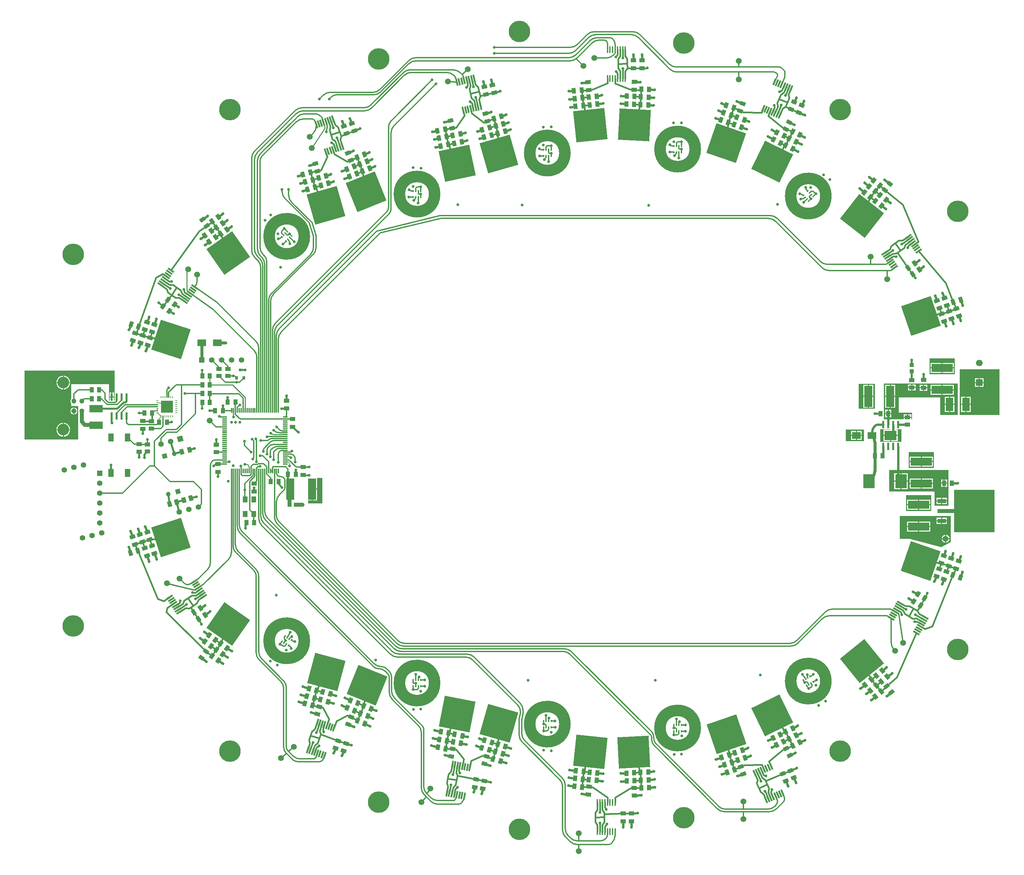
<source format=gtl>
G04*
G04 #@! TF.GenerationSoftware,Altium Limited,Altium Designer,22.7.1 (60)*
G04*
G04 Layer_Physical_Order=1*
G04 Layer_Color=16776960*
%FSLAX43Y43*%
%MOMM*%
G71*
G04*
G04 #@! TF.SameCoordinates,26706279-76B3-4EFB-AC1E-C542CE9A8173*
G04*
G04*
G04 #@! TF.FilePolarity,Positive*
G04*
G01*
G75*
%ADD10C,0.200*%
%ADD11C,0.250*%
%ADD12C,0.400*%
%ADD134C,1.500*%
%ADD138C,1.300*%
%ADD142C,1.400*%
%ADD147C,0.300*%
%ADD148C,0.350*%
%ADD149C,0.350*%
%ADD150C,0.600*%
%ADD151C,0.750*%
%ADD152C,3.000*%
%ADD153C,0.300*%
%ADD154C,0.280*%
%ADD155C,0.250*%
%ADD156R,0.600X0.250*%
%ADD157R,0.250X0.600*%
%ADD158R,3.150X3.150*%
%ADD159R,2.200X1.800*%
%ADD160R,1.400X1.050*%
%ADD161R,1.400X1.000*%
%ADD162R,1.400X2.100*%
%ADD163R,0.800X0.900*%
%ADD164R,0.800X0.800*%
%ADD165R,1.000X1.400*%
%ADD166R,1.250X1.600*%
%ADD167R,2.000X5.400*%
%ADD168R,1.000X1.100*%
G04:AMPARAMS|DCode=169|XSize=1.4mm|YSize=1.05mm|CornerRadius=0mm|HoleSize=0mm|Usage=FLASHONLY|Rotation=285.000|XOffset=0mm|YOffset=0mm|HoleType=Round|Shape=Rectangle|*
%AMROTATEDRECTD169*
4,1,4,-0.688,0.540,0.326,0.812,0.688,-0.540,-0.326,-0.812,-0.688,0.540,0.0*
%
%ADD169ROTATEDRECTD169*%

G04:AMPARAMS|DCode=170|XSize=1mm|YSize=1.4mm|CornerRadius=0mm|HoleSize=0mm|Usage=FLASHONLY|Rotation=195.000|XOffset=0mm|YOffset=0mm|HoleType=Round|Shape=Rectangle|*
%AMROTATEDRECTD170*
4,1,4,0.302,0.806,0.664,-0.547,-0.302,-0.806,-0.664,0.547,0.302,0.806,0.0*
%
%ADD170ROTATEDRECTD170*%

%ADD171R,1.050X1.400*%
%ADD172R,0.600X1.900*%
%ADD173R,3.400X1.950*%
%ADD174R,1.200X0.300*%
%ADD175R,0.300X1.200*%
G04:AMPARAMS|DCode=176|XSize=1mm|YSize=1.4mm|CornerRadius=0mm|HoleSize=0mm|Usage=FLASHONLY|Rotation=215.000|XOffset=0mm|YOffset=0mm|HoleType=Round|Shape=Rectangle|*
%AMROTATEDRECTD176*
4,1,4,0.008,0.860,0.811,-0.287,-0.008,-0.860,-0.811,0.287,0.008,0.860,0.0*
%
%ADD176ROTATEDRECTD176*%

G04:AMPARAMS|DCode=177|XSize=1mm|YSize=1.4mm|CornerRadius=0mm|HoleSize=0mm|Usage=FLASHONLY|Rotation=19.000|XOffset=0mm|YOffset=0mm|HoleType=Round|Shape=Rectangle|*
%AMROTATEDRECTD177*
4,1,4,-0.245,-0.825,-0.701,0.499,0.245,0.825,0.701,-0.499,-0.245,-0.825,0.0*
%
%ADD177ROTATEDRECTD177*%

G04:AMPARAMS|DCode=178|XSize=1mm|YSize=1.4mm|CornerRadius=0mm|HoleSize=0mm|Usage=FLASHONLY|Rotation=109.000|XOffset=0mm|YOffset=0mm|HoleType=Round|Shape=Rectangle|*
%AMROTATEDRECTD178*
4,1,4,0.825,-0.245,-0.499,-0.701,-0.825,0.245,0.499,0.701,0.825,-0.245,0.0*
%
%ADD178ROTATEDRECTD178*%

G04:AMPARAMS|DCode=179|XSize=1mm|YSize=1.4mm|CornerRadius=0mm|HoleSize=0mm|Usage=FLASHONLY|Rotation=290.000|XOffset=0mm|YOffset=0mm|HoleType=Round|Shape=Rectangle|*
%AMROTATEDRECTD179*
4,1,4,-0.829,0.230,0.487,0.709,0.829,-0.230,-0.487,-0.709,-0.829,0.230,0.0*
%
%ADD179ROTATEDRECTD179*%

G04:AMPARAMS|DCode=180|XSize=1mm|YSize=1.4mm|CornerRadius=0mm|HoleSize=0mm|Usage=FLASHONLY|Rotation=232.000|XOffset=0mm|YOffset=0mm|HoleType=Round|Shape=Rectangle|*
%AMROTATEDRECTD180*
4,1,4,-0.244,0.825,0.859,-0.037,0.244,-0.825,-0.859,0.037,-0.244,0.825,0.0*
%
%ADD180ROTATEDRECTD180*%

G04:AMPARAMS|DCode=181|XSize=1mm|YSize=1.4mm|CornerRadius=0mm|HoleSize=0mm|Usage=FLASHONLY|Rotation=322.000|XOffset=0mm|YOffset=0mm|HoleType=Round|Shape=Rectangle|*
%AMROTATEDRECTD181*
4,1,4,-0.825,-0.244,0.037,0.859,0.825,0.244,-0.037,-0.859,-0.825,-0.244,0.0*
%
%ADD181ROTATEDRECTD181*%

G04:AMPARAMS|DCode=182|XSize=1mm|YSize=1.4mm|CornerRadius=0mm|HoleSize=0mm|Usage=FLASHONLY|Rotation=330.000|XOffset=0mm|YOffset=0mm|HoleType=Round|Shape=Rectangle|*
%AMROTATEDRECTD182*
4,1,4,-0.783,-0.356,-0.083,0.856,0.783,0.356,0.083,-0.856,-0.783,-0.356,0.0*
%
%ADD182ROTATEDRECTD182*%

G04:AMPARAMS|DCode=183|XSize=1mm|YSize=1.4mm|CornerRadius=0mm|HoleSize=0mm|Usage=FLASHONLY|Rotation=160.000|XOffset=0mm|YOffset=0mm|HoleType=Round|Shape=Rectangle|*
%AMROTATEDRECTD183*
4,1,4,0.709,0.487,0.230,-0.829,-0.709,-0.487,-0.230,0.829,0.709,0.487,0.0*
%
%ADD183ROTATEDRECTD183*%

G04:AMPARAMS|DCode=184|XSize=1mm|YSize=1.4mm|CornerRadius=0mm|HoleSize=0mm|Usage=FLASHONLY|Rotation=71.000|XOffset=0mm|YOffset=0mm|HoleType=Round|Shape=Rectangle|*
%AMROTATEDRECTD184*
4,1,4,0.499,-0.701,-0.825,-0.245,-0.499,0.701,0.825,0.245,0.499,-0.701,0.0*
%
%ADD184ROTATEDRECTD184*%

G04:AMPARAMS|DCode=185|XSize=1mm|YSize=1.4mm|CornerRadius=0mm|HoleSize=0mm|Usage=FLASHONLY|Rotation=310.000|XOffset=0mm|YOffset=0mm|HoleType=Round|Shape=Rectangle|*
%AMROTATEDRECTD185*
4,1,4,-0.858,-0.067,0.215,0.833,0.858,0.067,-0.215,-0.833,-0.858,-0.067,0.0*
%
%ADD185ROTATEDRECTD185*%

G04:AMPARAMS|DCode=186|XSize=1mm|YSize=1.4mm|CornerRadius=0mm|HoleSize=0mm|Usage=FLASHONLY|Rotation=40.000|XOffset=0mm|YOffset=0mm|HoleType=Round|Shape=Rectangle|*
%AMROTATEDRECTD186*
4,1,4,0.067,-0.858,-0.833,0.215,-0.067,0.858,0.833,-0.215,0.067,-0.858,0.0*
%
%ADD186ROTATEDRECTD186*%

G04:AMPARAMS|DCode=187|XSize=1mm|YSize=1.4mm|CornerRadius=0mm|HoleSize=0mm|Usage=FLASHONLY|Rotation=112.000|XOffset=0mm|YOffset=0mm|HoleType=Round|Shape=Rectangle|*
%AMROTATEDRECTD187*
4,1,4,0.836,-0.201,-0.462,-0.726,-0.836,0.201,0.462,0.726,0.836,-0.201,0.0*
%
%ADD187ROTATEDRECTD187*%

G04:AMPARAMS|DCode=188|XSize=1mm|YSize=1.4mm|CornerRadius=0mm|HoleSize=0mm|Usage=FLASHONLY|Rotation=113.000|XOffset=0mm|YOffset=0mm|HoleType=Round|Shape=Rectangle|*
%AMROTATEDRECTD188*
4,1,4,0.840,-0.187,-0.449,-0.734,-0.840,0.187,0.449,0.734,0.840,-0.187,0.0*
%
%ADD188ROTATEDRECTD188*%

G04:AMPARAMS|DCode=189|XSize=1mm|YSize=1.4mm|CornerRadius=0mm|HoleSize=0mm|Usage=FLASHONLY|Rotation=116.000|XOffset=0mm|YOffset=0mm|HoleType=Round|Shape=Rectangle|*
%AMROTATEDRECTD189*
4,1,4,0.848,-0.143,-0.410,-0.756,-0.848,0.143,0.410,0.756,0.848,-0.143,0.0*
%
%ADD189ROTATEDRECTD189*%

G04:AMPARAMS|DCode=190|XSize=1mm|YSize=1.4mm|CornerRadius=0mm|HoleSize=0mm|Usage=FLASHONLY|Rotation=26.000|XOffset=0mm|YOffset=0mm|HoleType=Round|Shape=Rectangle|*
%AMROTATEDRECTD190*
4,1,4,-0.143,-0.848,-0.756,0.410,0.143,0.848,0.756,-0.410,-0.143,-0.848,0.0*
%
%ADD190ROTATEDRECTD190*%

G04:AMPARAMS|DCode=191|XSize=1mm|YSize=1.4mm|CornerRadius=0mm|HoleSize=0mm|Usage=FLASHONLY|Rotation=93.000|XOffset=0mm|YOffset=0mm|HoleType=Round|Shape=Rectangle|*
%AMROTATEDRECTD191*
4,1,4,0.725,-0.463,-0.673,-0.536,-0.725,0.463,0.673,0.536,0.725,-0.463,0.0*
%
%ADD191ROTATEDRECTD191*%

G04:AMPARAMS|DCode=192|XSize=1mm|YSize=1.4mm|CornerRadius=0mm|HoleSize=0mm|Usage=FLASHONLY|Rotation=3.000|XOffset=0mm|YOffset=0mm|HoleType=Round|Shape=Rectangle|*
%AMROTATEDRECTD192*
4,1,4,-0.463,-0.725,-0.536,0.673,0.463,0.725,0.536,-0.673,-0.463,-0.725,0.0*
%
%ADD192ROTATEDRECTD192*%

G04:AMPARAMS|DCode=193|XSize=1mm|YSize=1.4mm|CornerRadius=0mm|HoleSize=0mm|Usage=FLASHONLY|Rotation=264.000|XOffset=0mm|YOffset=0mm|HoleType=Round|Shape=Rectangle|*
%AMROTATEDRECTD193*
4,1,4,-0.644,0.570,0.748,0.424,0.644,-0.570,-0.748,-0.424,-0.644,0.570,0.0*
%
%ADD193ROTATEDRECTD193*%

G04:AMPARAMS|DCode=194|XSize=1mm|YSize=1.4mm|CornerRadius=0mm|HoleSize=0mm|Usage=FLASHONLY|Rotation=354.000|XOffset=0mm|YOffset=0mm|HoleType=Round|Shape=Rectangle|*
%AMROTATEDRECTD194*
4,1,4,-0.570,-0.644,-0.424,0.748,0.570,0.644,0.424,-0.748,-0.570,-0.644,0.0*
%
%ADD194ROTATEDRECTD194*%

G04:AMPARAMS|DCode=195|XSize=1mm|YSize=1.4mm|CornerRadius=0mm|HoleSize=0mm|Usage=FLASHONLY|Rotation=213.000|XOffset=0mm|YOffset=0mm|HoleType=Round|Shape=Rectangle|*
%AMROTATEDRECTD195*
4,1,4,0.038,0.859,0.801,-0.315,-0.038,-0.859,-0.801,0.315,0.038,0.859,0.0*
%
%ADD195ROTATEDRECTD195*%

G04:AMPARAMS|DCode=196|XSize=1mm|YSize=1.4mm|CornerRadius=0mm|HoleSize=0mm|Usage=FLASHONLY|Rotation=145.000|XOffset=0mm|YOffset=0mm|HoleType=Round|Shape=Rectangle|*
%AMROTATEDRECTD196*
4,1,4,0.811,0.287,0.008,-0.860,-0.811,-0.287,-0.008,0.860,0.811,0.287,0.0*
%
%ADD196ROTATEDRECTD196*%

G04:AMPARAMS|DCode=197|XSize=1mm|YSize=1.4mm|CornerRadius=0mm|HoleSize=0mm|Usage=FLASHONLY|Rotation=54.000|XOffset=0mm|YOffset=0mm|HoleType=Round|Shape=Rectangle|*
%AMROTATEDRECTD197*
4,1,4,0.272,-0.816,-0.860,0.007,-0.272,0.816,0.860,-0.007,0.272,-0.816,0.0*
%
%ADD197ROTATEDRECTD197*%

G04:AMPARAMS|DCode=198|XSize=1mm|YSize=1.4mm|CornerRadius=0mm|HoleSize=0mm|Usage=FLASHONLY|Rotation=197.000|XOffset=0mm|YOffset=0mm|HoleType=Round|Shape=Rectangle|*
%AMROTATEDRECTD198*
4,1,4,0.273,0.816,0.683,-0.523,-0.273,-0.816,-0.683,0.523,0.273,0.816,0.0*
%
%ADD198ROTATEDRECTD198*%

G04:AMPARAMS|DCode=199|XSize=1mm|YSize=1.4mm|CornerRadius=0mm|HoleSize=0mm|Usage=FLASHONLY|Rotation=108.000|XOffset=0mm|YOffset=0mm|HoleType=Round|Shape=Rectangle|*
%AMROTATEDRECTD199*
4,1,4,0.820,-0.259,-0.511,-0.692,-0.820,0.259,0.511,0.692,0.820,-0.259,0.0*
%
%ADD199ROTATEDRECTD199*%

%ADD200R,2.160X1.070*%
%ADD201R,10.410X10.800*%
%ADD202R,5.400X2.000*%
%ADD203R,3.000X3.600*%
%ADD204R,3.100X2.410*%
%ADD205R,0.610X1.910*%
%ADD206R,1.100X1.000*%
%ADD207R,1.950X3.400*%
%ADD208P,11.314X4X333.0*%
%ADD209P,11.314X4X370.0*%
%ADD210P,11.314X4X390.0*%
%ADD211P,11.314X4X293.0*%
G04:AMPARAMS|DCode=212|XSize=0.35mm|YSize=0.5mm|CornerRadius=0mm|HoleSize=0mm|Usage=FLASHONLY|Rotation=150.000|XOffset=0mm|YOffset=0mm|HoleType=Round|Shape=Rectangle|*
%AMROTATEDRECTD212*
4,1,4,0.277,0.129,0.027,-0.304,-0.277,-0.129,-0.027,0.304,0.277,0.129,0.0*
%
%ADD212ROTATEDRECTD212*%

%ADD213R,0.350X0.500*%
G04:AMPARAMS|DCode=214|XSize=0.35mm|YSize=0.5mm|CornerRadius=0mm|HoleSize=0mm|Usage=FLASHONLY|Rotation=210.000|XOffset=0mm|YOffset=0mm|HoleType=Round|Shape=Rectangle|*
%AMROTATEDRECTD214*
4,1,4,0.027,0.304,0.277,-0.129,-0.027,-0.304,-0.277,0.129,0.027,0.304,0.0*
%
%ADD214ROTATEDRECTD214*%

%ADD215P,11.314X4X394.0*%
%ADD216P,11.314X4X299.0*%
%ADD217P,11.314X4X219.0*%
%ADD218P,11.314X4X318.0*%
%ADD219P,11.314X4X244.0*%
%ADD220P,11.314X4X251.0*%
%ADD221P,11.314X4X354.0*%
%ADD222P,11.314X4X296.0*%
%ADD223P,11.314X4X277.0*%
G04:AMPARAMS|DCode=224|XSize=0.35mm|YSize=0.5mm|CornerRadius=0mm|HoleSize=0mm|Usage=FLASHONLY|Rotation=315.000|XOffset=0mm|YOffset=0mm|HoleType=Round|Shape=Rectangle|*
%AMROTATEDRECTD224*
4,1,4,-0.301,-0.053,0.053,0.301,0.301,0.053,-0.053,-0.301,-0.301,-0.053,0.0*
%
%ADD224ROTATEDRECTD224*%

%ADD225P,11.314X4X289.0*%
%ADD226P,11.314X4X222.0*%
%ADD227P,11.314X4X231.0*%
%ADD228P,11.314X4X241.0*%
%ADD229P,11.314X4X237.0*%
%ADD230P,11.314X4X247.0*%
G04:AMPARAMS|DCode=231|XSize=0.35mm|YSize=0.5mm|CornerRadius=0mm|HoleSize=0mm|Usage=FLASHONLY|Rotation=45.000|XOffset=0mm|YOffset=0mm|HoleType=Round|Shape=Rectangle|*
%AMROTATEDRECTD231*
4,1,4,0.053,-0.301,-0.301,0.053,-0.053,0.301,0.301,-0.053,0.053,-0.301,0.0*
%
%ADD231ROTATEDRECTD231*%

%ADD232P,11.314X4X260.0*%
%ADD233P,11.314X4X297.0*%
G04:AMPARAMS|DCode=234|XSize=1mm|YSize=1.4mm|CornerRadius=0mm|HoleSize=0mm|Usage=FLASHONLY|Rotation=165.000|XOffset=0mm|YOffset=0mm|HoleType=Round|Shape=Rectangle|*
%AMROTATEDRECTD234*
4,1,4,0.664,0.547,0.302,-0.806,-0.664,-0.547,-0.302,0.806,0.664,0.547,0.0*
%
%ADD234ROTATEDRECTD234*%

G04:AMPARAMS|DCode=235|XSize=1mm|YSize=1.4mm|CornerRadius=0mm|HoleSize=0mm|Usage=FLASHONLY|Rotation=255.000|XOffset=0mm|YOffset=0mm|HoleType=Round|Shape=Rectangle|*
%AMROTATEDRECTD235*
4,1,4,-0.547,0.664,0.806,0.302,0.547,-0.664,-0.806,-0.302,-0.547,0.664,0.0*
%
%ADD235ROTATEDRECTD235*%

G04:AMPARAMS|DCode=236|XSize=1mm|YSize=1.4mm|CornerRadius=0mm|HoleSize=0mm|Usage=FLASHONLY|Rotation=158.000|XOffset=0mm|YOffset=0mm|HoleType=Round|Shape=Rectangle|*
%AMROTATEDRECTD236*
4,1,4,0.726,0.462,0.201,-0.836,-0.726,-0.462,-0.201,0.836,0.726,0.462,0.0*
%
%ADD236ROTATEDRECTD236*%

G04:AMPARAMS|DCode=237|XSize=1mm|YSize=1.4mm|CornerRadius=0mm|HoleSize=0mm|Usage=FLASHONLY|Rotation=68.000|XOffset=0mm|YOffset=0mm|HoleType=Round|Shape=Rectangle|*
%AMROTATEDRECTD237*
4,1,4,0.462,-0.726,-0.836,-0.201,-0.462,0.726,0.836,0.201,0.462,-0.726,0.0*
%
%ADD237ROTATEDRECTD237*%

G04:AMPARAMS|DCode=238|XSize=1mm|YSize=1.4mm|CornerRadius=0mm|HoleSize=0mm|Usage=FLASHONLY|Rotation=169.000|XOffset=0mm|YOffset=0mm|HoleType=Round|Shape=Rectangle|*
%AMROTATEDRECTD238*
4,1,4,0.624,0.592,0.357,-0.783,-0.624,-0.592,-0.357,0.783,0.624,0.592,0.0*
%
%ADD238ROTATEDRECTD238*%

G04:AMPARAMS|DCode=239|XSize=1mm|YSize=1.4mm|CornerRadius=0mm|HoleSize=0mm|Usage=FLASHONLY|Rotation=259.000|XOffset=0mm|YOffset=0mm|HoleType=Round|Shape=Rectangle|*
%AMROTATEDRECTD239*
4,1,4,-0.592,0.624,0.783,0.357,0.592,-0.624,-0.783,-0.357,-0.592,0.624,0.0*
%
%ADD239ROTATEDRECTD239*%

G04:AMPARAMS|DCode=240|XSize=1mm|YSize=1.4mm|CornerRadius=0mm|HoleSize=0mm|Usage=FLASHONLY|Rotation=163.000|XOffset=0mm|YOffset=0mm|HoleType=Round|Shape=Rectangle|*
%AMROTATEDRECTD240*
4,1,4,0.683,0.523,0.273,-0.816,-0.683,-0.523,-0.273,0.816,0.683,0.523,0.0*
%
%ADD240ROTATEDRECTD240*%

G04:AMPARAMS|DCode=241|XSize=1mm|YSize=1.4mm|CornerRadius=0mm|HoleSize=0mm|Usage=FLASHONLY|Rotation=344.000|XOffset=0mm|YOffset=0mm|HoleType=Round|Shape=Rectangle|*
%AMROTATEDRECTD241*
4,1,4,-0.674,-0.535,-0.288,0.811,0.674,0.535,0.288,-0.811,-0.674,-0.535,0.0*
%
%ADD241ROTATEDRECTD241*%

G04:AMPARAMS|DCode=242|XSize=1mm|YSize=1.4mm|CornerRadius=0mm|HoleSize=0mm|Usage=FLASHONLY|Rotation=74.000|XOffset=0mm|YOffset=0mm|HoleType=Round|Shape=Rectangle|*
%AMROTATEDRECTD242*
4,1,4,0.535,-0.674,-0.811,-0.288,-0.535,0.674,0.811,0.288,0.535,-0.674,0.0*
%
%ADD242ROTATEDRECTD242*%

G04:AMPARAMS|DCode=243|XSize=1mm|YSize=1.4mm|CornerRadius=0mm|HoleSize=0mm|Usage=FLASHONLY|Rotation=334.000|XOffset=0mm|YOffset=0mm|HoleType=Round|Shape=Rectangle|*
%AMROTATEDRECTD243*
4,1,4,-0.756,-0.410,-0.143,0.848,0.756,0.410,0.143,-0.848,-0.756,-0.410,0.0*
%
%ADD243ROTATEDRECTD243*%

G04:AMPARAMS|DCode=244|XSize=1mm|YSize=1.4mm|CornerRadius=0mm|HoleSize=0mm|Usage=FLASHONLY|Rotation=64.000|XOffset=0mm|YOffset=0mm|HoleType=Round|Shape=Rectangle|*
%AMROTATEDRECTD244*
4,1,4,0.410,-0.756,-0.848,-0.143,-0.410,0.756,0.848,0.143,0.410,-0.756,0.0*
%
%ADD244ROTATEDRECTD244*%

G04:AMPARAMS|DCode=245|XSize=1mm|YSize=1.4mm|CornerRadius=0mm|HoleSize=0mm|Usage=FLASHONLY|Rotation=341.000|XOffset=0mm|YOffset=0mm|HoleType=Round|Shape=Rectangle|*
%AMROTATEDRECTD245*
4,1,4,-0.701,-0.499,-0.245,0.825,0.701,0.499,0.245,-0.825,-0.701,-0.499,0.0*
%
%ADD245ROTATEDRECTD245*%

G04:AMPARAMS|DCode=246|XSize=1mm|YSize=1.4mm|CornerRadius=0mm|HoleSize=0mm|Usage=FLASHONLY|Rotation=247.000|XOffset=0mm|YOffset=0mm|HoleType=Round|Shape=Rectangle|*
%AMROTATEDRECTD246*
4,1,4,-0.449,0.734,0.840,0.187,0.449,-0.734,-0.840,-0.187,-0.449,0.734,0.0*
%
%ADD246ROTATEDRECTD246*%

G04:AMPARAMS|DCode=247|XSize=1mm|YSize=1.4mm|CornerRadius=0mm|HoleSize=0mm|Usage=FLASHONLY|Rotation=6.000|XOffset=0mm|YOffset=0mm|HoleType=Round|Shape=Rectangle|*
%AMROTATEDRECTD247*
4,1,4,-0.424,-0.748,-0.570,0.644,0.424,0.748,0.570,-0.644,-0.424,-0.748,0.0*
%
%ADD247ROTATEDRECTD247*%

G04:AMPARAMS|DCode=248|XSize=1mm|YSize=1.4mm|CornerRadius=0mm|HoleSize=0mm|Usage=FLASHONLY|Rotation=276.000|XOffset=0mm|YOffset=0mm|HoleType=Round|Shape=Rectangle|*
%AMROTATEDRECTD248*
4,1,4,-0.748,0.424,0.644,0.570,0.748,-0.424,-0.644,-0.570,-0.748,0.424,0.0*
%
%ADD248ROTATEDRECTD248*%

G04:AMPARAMS|DCode=249|XSize=1mm|YSize=1.4mm|CornerRadius=0mm|HoleSize=0mm|Usage=FLASHONLY|Rotation=357.000|XOffset=0mm|YOffset=0mm|HoleType=Round|Shape=Rectangle|*
%AMROTATEDRECTD249*
4,1,4,-0.536,-0.673,-0.463,0.725,0.536,0.673,0.463,-0.725,-0.536,-0.673,0.0*
%
%ADD249ROTATEDRECTD249*%

G04:AMPARAMS|DCode=250|XSize=1mm|YSize=1.4mm|CornerRadius=0mm|HoleSize=0mm|Usage=FLASHONLY|Rotation=87.000|XOffset=0mm|YOffset=0mm|HoleType=Round|Shape=Rectangle|*
%AMROTATEDRECTD250*
4,1,4,0.673,-0.536,-0.725,-0.463,-0.673,0.536,0.725,0.463,0.673,-0.536,0.0*
%
%ADD250ROTATEDRECTD250*%

G04:AMPARAMS|DCode=251|XSize=1mm|YSize=1.4mm|CornerRadius=0mm|HoleSize=0mm|Usage=FLASHONLY|Rotation=16.000|XOffset=0mm|YOffset=0mm|HoleType=Round|Shape=Rectangle|*
%AMROTATEDRECTD251*
4,1,4,-0.288,-0.811,-0.674,0.535,0.288,0.811,0.674,-0.535,-0.288,-0.811,0.0*
%
%ADD251ROTATEDRECTD251*%

G04:AMPARAMS|DCode=252|XSize=1mm|YSize=1.4mm|CornerRadius=0mm|HoleSize=0mm|Usage=FLASHONLY|Rotation=106.000|XOffset=0mm|YOffset=0mm|HoleType=Round|Shape=Rectangle|*
%AMROTATEDRECTD252*
4,1,4,0.811,-0.288,-0.535,-0.674,-0.811,0.288,0.535,0.674,0.811,-0.288,0.0*
%
%ADD252ROTATEDRECTD252*%

G04:AMPARAMS|DCode=253|XSize=1mm|YSize=1.4mm|CornerRadius=0mm|HoleSize=0mm|Usage=FLASHONLY|Rotation=12.000|XOffset=0mm|YOffset=0mm|HoleType=Round|Shape=Rectangle|*
%AMROTATEDRECTD253*
4,1,4,-0.344,-0.789,-0.635,0.581,0.344,0.789,0.635,-0.581,-0.344,-0.789,0.0*
%
%ADD253ROTATEDRECTD253*%

G04:AMPARAMS|DCode=254|XSize=1mm|YSize=1.4mm|CornerRadius=0mm|HoleSize=0mm|Usage=FLASHONLY|Rotation=282.000|XOffset=0mm|YOffset=0mm|HoleType=Round|Shape=Rectangle|*
%AMROTATEDRECTD254*
4,1,4,-0.789,0.344,0.581,0.635,0.789,-0.344,-0.581,-0.635,-0.789,0.344,0.0*
%
%ADD254ROTATEDRECTD254*%

G04:AMPARAMS|DCode=255|XSize=1mm|YSize=1.4mm|CornerRadius=0mm|HoleSize=0mm|Usage=FLASHONLY|Rotation=283.000|XOffset=0mm|YOffset=0mm|HoleType=Round|Shape=Rectangle|*
%AMROTATEDRECTD255*
4,1,4,-0.795,0.330,0.570,0.645,0.795,-0.330,-0.570,-0.645,-0.795,0.330,0.0*
%
%ADD255ROTATEDRECTD255*%

G04:AMPARAMS|DCode=256|XSize=1mm|YSize=1.4mm|CornerRadius=0mm|HoleSize=0mm|Usage=FLASHONLY|Rotation=22.000|XOffset=0mm|YOffset=0mm|HoleType=Round|Shape=Rectangle|*
%AMROTATEDRECTD256*
4,1,4,-0.201,-0.836,-0.726,0.462,0.201,0.836,0.726,-0.462,-0.201,-0.836,0.0*
%
%ADD256ROTATEDRECTD256*%

G04:AMPARAMS|DCode=257|XSize=1mm|YSize=1.4mm|CornerRadius=0mm|HoleSize=0mm|Usage=FLASHONLY|Rotation=125.000|XOffset=0mm|YOffset=0mm|HoleType=Round|Shape=Rectangle|*
%AMROTATEDRECTD257*
4,1,4,0.860,-0.008,-0.287,-0.811,-0.860,0.008,0.287,0.811,0.860,-0.008,0.0*
%
%ADD257ROTATEDRECTD257*%

G04:AMPARAMS|DCode=258|XSize=1mm|YSize=1.4mm|CornerRadius=0mm|HoleSize=0mm|Usage=FLASHONLY|Rotation=72.000|XOffset=0mm|YOffset=0mm|HoleType=Round|Shape=Rectangle|*
%AMROTATEDRECTD258*
4,1,4,0.511,-0.692,-0.820,-0.259,-0.511,0.692,0.820,0.259,0.511,-0.692,0.0*
%
%ADD258ROTATEDRECTD258*%

G04:AMPARAMS|DCode=259|XSize=1mm|YSize=1.4mm|CornerRadius=0mm|HoleSize=0mm|Usage=FLASHONLY|Rotation=342.000|XOffset=0mm|YOffset=0mm|HoleType=Round|Shape=Rectangle|*
%AMROTATEDRECTD259*
4,1,4,-0.692,-0.511,-0.259,0.820,0.692,0.511,0.259,-0.820,-0.692,-0.511,0.0*
%
%ADD259ROTATEDRECTD259*%

G04:AMPARAMS|DCode=260|XSize=1mm|YSize=1.4mm|CornerRadius=0mm|HoleSize=0mm|Usage=FLASHONLY|Rotation=144.000|XOffset=0mm|YOffset=0mm|HoleType=Round|Shape=Rectangle|*
%AMROTATEDRECTD260*
4,1,4,0.816,0.272,-0.007,-0.860,-0.816,-0.272,0.007,0.860,0.816,0.272,0.0*
%
%ADD260ROTATEDRECTD260*%

G04:AMPARAMS|DCode=261|XSize=1.8mm|YSize=0.45mm|CornerRadius=0mm|HoleSize=0mm|Usage=FLASHONLY|Rotation=33.000|XOffset=0mm|YOffset=0mm|HoleType=Round|Shape=Rectangle|*
%AMROTATEDRECTD261*
4,1,4,-0.632,-0.679,-0.877,-0.301,0.632,0.679,0.877,0.301,-0.632,-0.679,0.0*
%
%ADD261ROTATEDRECTD261*%

%ADD262R,0.450X1.800*%
G04:AMPARAMS|DCode=263|XSize=1.8mm|YSize=0.45mm|CornerRadius=0mm|HoleSize=0mm|Usage=FLASHONLY|Rotation=251.000|XOffset=0mm|YOffset=0mm|HoleType=Round|Shape=Rectangle|*
%AMROTATEDRECTD263*
4,1,4,0.080,0.924,0.506,0.778,-0.080,-0.924,-0.506,-0.778,0.080,0.924,0.0*
%
%ADD263ROTATEDRECTD263*%

G04:AMPARAMS|DCode=264|XSize=1.8mm|YSize=0.45mm|CornerRadius=0mm|HoleSize=0mm|Usage=FLASHONLY|Rotation=293.000|XOffset=0mm|YOffset=0mm|HoleType=Round|Shape=Rectangle|*
%AMROTATEDRECTD264*
4,1,4,-0.559,0.741,-0.145,0.916,0.559,-0.741,0.145,-0.916,-0.559,0.741,0.0*
%
%ADD264ROTATEDRECTD264*%

G04:AMPARAMS|DCode=265|XSize=1.8mm|YSize=0.45mm|CornerRadius=0mm|HoleSize=0mm|Usage=FLASHONLY|Rotation=150.000|XOffset=0mm|YOffset=0mm|HoleType=Round|Shape=Rectangle|*
%AMROTATEDRECTD265*
4,1,4,0.892,-0.255,0.667,-0.645,-0.892,0.255,-0.667,0.645,0.892,-0.255,0.0*
%
%ADD265ROTATEDRECTD265*%

G04:AMPARAMS|DCode=266|XSize=1.8mm|YSize=0.45mm|CornerRadius=0mm|HoleSize=0mm|Usage=FLASHONLY|Rotation=215.000|XOffset=0mm|YOffset=0mm|HoleType=Round|Shape=Rectangle|*
%AMROTATEDRECTD266*
4,1,4,0.608,0.701,0.866,0.332,-0.608,-0.701,-0.866,-0.332,0.608,0.701,0.0*
%
%ADD266ROTATEDRECTD266*%

G04:AMPARAMS|DCode=267|XSize=1.8mm|YSize=0.45mm|CornerRadius=0mm|HoleSize=0mm|Usage=FLASHONLY|Rotation=103.000|XOffset=0mm|YOffset=0mm|HoleType=Round|Shape=Rectangle|*
%AMROTATEDRECTD267*
4,1,4,0.422,-0.826,-0.017,-0.928,-0.422,0.826,0.017,0.928,0.422,-0.826,0.0*
%
%ADD267ROTATEDRECTD267*%

G04:AMPARAMS|DCode=268|XSize=1.8mm|YSize=0.45mm|CornerRadius=0mm|HoleSize=0mm|Usage=FLASHONLY|Rotation=67.000|XOffset=0mm|YOffset=0mm|HoleType=Round|Shape=Rectangle|*
%AMROTATEDRECTD268*
4,1,4,-0.145,-0.916,-0.559,-0.741,0.145,0.916,0.559,0.741,-0.145,-0.916,0.0*
%
%ADD268ROTATEDRECTD268*%

G04:AMPARAMS|DCode=269|XSize=1.8mm|YSize=0.45mm|CornerRadius=0mm|HoleSize=0mm|Usage=FLASHONLY|Rotation=109.000|XOffset=0mm|YOffset=0mm|HoleType=Round|Shape=Rectangle|*
%AMROTATEDRECTD269*
4,1,4,0.506,-0.778,0.080,-0.924,-0.506,0.778,-0.080,0.924,0.506,-0.778,0.0*
%
%ADD269ROTATEDRECTD269*%

G04:AMPARAMS|DCode=270|XSize=1.8mm|YSize=0.45mm|CornerRadius=0mm|HoleSize=0mm|Usage=FLASHONLY|Rotation=325.000|XOffset=0mm|YOffset=0mm|HoleType=Round|Shape=Rectangle|*
%AMROTATEDRECTD270*
4,1,4,-0.866,0.332,-0.608,0.701,0.866,-0.332,0.608,-0.701,-0.866,0.332,0.0*
%
%ADD270ROTATEDRECTD270*%

G04:AMPARAMS|DCode=271|XSize=1.8mm|YSize=0.45mm|CornerRadius=0mm|HoleSize=0mm|Usage=FLASHONLY|Rotation=259.000|XOffset=0mm|YOffset=0mm|HoleType=Round|Shape=Rectangle|*
%AMROTATEDRECTD271*
4,1,4,-0.049,0.926,0.393,0.841,0.049,-0.926,-0.393,-0.841,-0.049,0.926,0.0*
%
%ADD271ROTATEDRECTD271*%

%ADD272C,0.500*%
%ADD273C,0.800*%
%ADD274C,1.000*%
%ADD275R,1.400X1.400*%
%ADD276R,1.400X1.400*%
%ADD277C,1.200*%
%ADD278P,1.697X4X240.0*%
%ADD279C,3.000*%
%ADD280P,1.980X4X240.0*%
%ADD281C,5.500*%
%ADD282R,1.700X1.700*%
%ADD283C,1.700*%
%ADD284C,0.700*%
G36*
X527700Y554400D02*
X521300D01*
Y558500D01*
X527700D01*
Y554400D01*
D02*
G37*
G36*
X313000Y547700D02*
X312849D01*
Y548473D01*
X311741D01*
Y547700D01*
X311600D01*
Y551900D01*
X301900D01*
Y548011D01*
X301868Y547969D01*
X301782Y547762D01*
X301753Y547541D01*
X301782Y547319D01*
X301868Y547112D01*
X301900Y547070D01*
Y546300D01*
X303679D01*
Y537800D01*
X289959Y537800D01*
Y555400D01*
X313000Y555400D01*
Y547700D01*
D02*
G37*
G36*
X507300Y545600D02*
X503200D01*
Y552000D01*
X507300D01*
Y545600D01*
D02*
G37*
G36*
X539194Y544000D02*
X529000D01*
X529000Y555700D01*
X539194Y555700D01*
Y544000D01*
D02*
G37*
G36*
X528500D02*
X524000Y544000D01*
Y548500D01*
X513400D01*
X513400Y544600D01*
X516800Y544600D01*
X516800Y542900D01*
X516604Y542900D01*
Y543298D01*
X514696D01*
Y542990D01*
X514606Y542900D01*
X509600Y542900D01*
X509600Y552100D01*
X528500D01*
Y544000D01*
D02*
G37*
G36*
X514100Y537200D02*
X508700D01*
Y540400D01*
X511302D01*
X511312Y540386D01*
X511247Y540259D01*
X509546D01*
Y538927D01*
X513154D01*
Y540259D01*
X512723D01*
X512658Y540386D01*
X512668Y540400D01*
X514100D01*
Y537200D01*
D02*
G37*
G36*
X504500Y540210D02*
X504500Y537340D01*
X499900Y537340D01*
X499900Y540300D01*
X504410Y540300D01*
X504500Y540210D01*
D02*
G37*
G36*
X522400Y530450D02*
X516000D01*
Y534550D01*
X522400D01*
Y530450D01*
D02*
G37*
G36*
X366100Y521400D02*
X362447D01*
Y522146D01*
X363373D01*
Y525100D01*
X363500D01*
Y525227D01*
X364754D01*
Y527947D01*
X366100D01*
Y521400D01*
D02*
G37*
G36*
X526100Y520800D02*
X522600Y520800D01*
X522600Y524500D01*
X511000Y524500D01*
X511000Y530000D01*
X526100Y530000D01*
X526100Y520800D01*
D02*
G37*
G36*
X521700Y519450D02*
X515300D01*
Y523550D01*
X521700D01*
Y519450D01*
D02*
G37*
G36*
X526700Y511520D02*
X524300Y510200D01*
X516213Y512400D01*
X513672D01*
Y518200D01*
X526700D01*
X526700Y511520D01*
D02*
G37*
%LPC*%
G36*
X527454Y557304D02*
X524627D01*
Y556177D01*
X527454D01*
Y557304D01*
D02*
G37*
G36*
X524373D02*
X521546D01*
Y556177D01*
X524373D01*
Y557304D01*
D02*
G37*
G36*
X527454Y555923D02*
X524627D01*
Y554796D01*
X527454D01*
Y555923D01*
D02*
G37*
G36*
X524373D02*
X521546D01*
Y554796D01*
X524373D01*
Y555923D01*
D02*
G37*
G36*
X300027Y554060D02*
Y552438D01*
X301650D01*
X301629Y552654D01*
X301528Y552985D01*
X301365Y553290D01*
X301146Y553557D01*
X300879Y553776D01*
X300574Y553939D01*
X300244Y554039D01*
X300027Y554060D01*
D02*
G37*
G36*
X299773Y554060D02*
X299556Y554039D01*
X299226Y553939D01*
X298921Y553776D01*
X298654Y553557D01*
X298435Y553290D01*
X298272Y552985D01*
X298171Y552654D01*
X298150Y552438D01*
X299773D01*
Y554060D01*
D02*
G37*
G36*
X301650Y552183D02*
X300027D01*
Y550561D01*
X300244Y550582D01*
X300574Y550682D01*
X300879Y550845D01*
X301146Y551064D01*
X301365Y551331D01*
X301528Y551636D01*
X301629Y551967D01*
X301650Y552183D01*
D02*
G37*
G36*
X299773D02*
X298150D01*
X298171Y551967D01*
X298272Y551636D01*
X298435Y551331D01*
X298654Y551064D01*
X298921Y550845D01*
X299226Y550682D01*
X299556Y550582D01*
X299773Y550561D01*
Y552183D01*
D02*
G37*
G36*
X312849Y549804D02*
X312422D01*
Y548727D01*
X312849D01*
Y549804D01*
D02*
G37*
G36*
X312168D02*
X311741D01*
Y548727D01*
X312168D01*
Y549804D01*
D02*
G37*
G36*
X302737Y545936D02*
Y545167D01*
X303505D01*
X303491Y545276D01*
X303400Y545496D01*
X303255Y545685D01*
X303066Y545830D01*
X302846Y545921D01*
X302737Y545936D01*
D02*
G37*
G36*
X302483Y545936D02*
X302374Y545921D01*
X302154Y545830D01*
X301965Y545685D01*
X301820Y545496D01*
X301729Y545276D01*
X301715Y545167D01*
X302483D01*
Y545936D01*
D02*
G37*
G36*
Y544914D02*
X301715D01*
X301729Y544805D01*
X301820Y544585D01*
X301965Y544396D01*
X302154Y544251D01*
X302374Y544160D01*
X302483Y544145D01*
Y544914D01*
D02*
G37*
G36*
X303505D02*
X302737D01*
Y544145D01*
X302846Y544160D01*
X303066Y544251D01*
X303255Y544396D01*
X303400Y544585D01*
X303491Y544805D01*
X303505Y544914D01*
D02*
G37*
G36*
X300027Y542021D02*
Y540398D01*
X301650D01*
X301629Y540614D01*
X301528Y540945D01*
X301365Y541250D01*
X301146Y541517D01*
X300879Y541736D01*
X300574Y541899D01*
X300244Y541999D01*
X300027Y542021D01*
D02*
G37*
G36*
X299773Y542021D02*
X299556Y541999D01*
X299226Y541899D01*
X298921Y541736D01*
X298654Y541517D01*
X298435Y541250D01*
X298272Y540945D01*
X298171Y540614D01*
X298150Y540398D01*
X299773D01*
Y542021D01*
D02*
G37*
G36*
Y540143D02*
X298150D01*
X298171Y539927D01*
X298272Y539596D01*
X298435Y539291D01*
X298654Y539024D01*
X298921Y538805D01*
X299226Y538642D01*
X299556Y538542D01*
X299773Y538521D01*
Y540143D01*
D02*
G37*
G36*
X301650D02*
X300027D01*
Y538521D01*
X300244Y538542D01*
X300574Y538642D01*
X300879Y538805D01*
X301146Y539024D01*
X301365Y539291D01*
X301528Y539596D01*
X301629Y539927D01*
X301650Y540143D01*
D02*
G37*
G36*
X506904Y551754D02*
X505777D01*
Y548927D01*
X506904D01*
Y551754D01*
D02*
G37*
G36*
X505523D02*
X504396D01*
Y548927D01*
X505523D01*
Y551754D01*
D02*
G37*
G36*
X506904Y548673D02*
X505777D01*
Y545846D01*
X506904D01*
Y548673D01*
D02*
G37*
G36*
X505523D02*
X504396D01*
Y545846D01*
X505523D01*
Y548673D01*
D02*
G37*
G36*
X535104Y553404D02*
X534127D01*
Y552427D01*
X535104D01*
Y553404D01*
D02*
G37*
G36*
X533873D02*
X532896D01*
Y552427D01*
X533873D01*
Y553404D01*
D02*
G37*
G36*
X535104Y552173D02*
X534127D01*
Y551196D01*
X535104D01*
Y552173D01*
D02*
G37*
G36*
X533873D02*
X532896D01*
Y551196D01*
X533873D01*
Y552173D01*
D02*
G37*
G36*
X531829Y548704D02*
X530727D01*
Y546877D01*
X531829D01*
Y548704D01*
D02*
G37*
G36*
X530473D02*
X529371D01*
Y546877D01*
X530473D01*
Y548704D01*
D02*
G37*
G36*
X531829Y546623D02*
X530727D01*
Y544796D01*
X531829D01*
Y546623D01*
D02*
G37*
G36*
X530473D02*
X529371D01*
Y544796D01*
X530473D01*
Y546623D01*
D02*
G37*
G36*
X517704Y551854D02*
X516877D01*
Y551202D01*
X517704D01*
Y551854D01*
D02*
G37*
G36*
X516623D02*
X515796D01*
Y551202D01*
X516623D01*
Y551854D01*
D02*
G37*
G36*
X520704Y551754D02*
X519877D01*
Y551127D01*
X520704D01*
Y551754D01*
D02*
G37*
G36*
X519623D02*
X518796D01*
Y551127D01*
X519623D01*
Y551754D01*
D02*
G37*
G36*
X527454Y551704D02*
X524627D01*
Y550577D01*
X527454D01*
Y551704D01*
D02*
G37*
G36*
X524373D02*
X521546D01*
Y550577D01*
X524373D01*
Y551704D01*
D02*
G37*
G36*
X517704Y550948D02*
X516877D01*
Y550296D01*
X517704D01*
Y550948D01*
D02*
G37*
G36*
X516623D02*
X515796D01*
Y550296D01*
X516623D01*
Y550948D01*
D02*
G37*
G36*
X520704Y550873D02*
X519877D01*
Y550246D01*
X520704D01*
Y550873D01*
D02*
G37*
G36*
X519623D02*
X518796D01*
Y550246D01*
X519623D01*
Y550873D01*
D02*
G37*
G36*
X527454Y550323D02*
X524627D01*
Y549196D01*
X527454D01*
Y550323D01*
D02*
G37*
G36*
X524373D02*
X521546D01*
Y549196D01*
X524373D01*
Y550323D01*
D02*
G37*
G36*
X512504Y551754D02*
X511377D01*
Y548927D01*
X512504D01*
Y551754D01*
D02*
G37*
G36*
X511123D02*
X509996D01*
Y548927D01*
X511123D01*
Y551754D01*
D02*
G37*
G36*
X527629Y548704D02*
X526527D01*
Y546877D01*
X527629D01*
Y548704D01*
D02*
G37*
G36*
X526273D02*
X525171D01*
Y546877D01*
X526273D01*
Y548704D01*
D02*
G37*
G36*
X512504Y548673D02*
X511377D01*
Y545846D01*
X512504D01*
Y548673D01*
D02*
G37*
G36*
X511123D02*
X509996D01*
Y545846D01*
X511123D01*
Y548673D01*
D02*
G37*
G36*
X527629Y546623D02*
X526527D01*
Y544796D01*
X527629D01*
Y546623D01*
D02*
G37*
G36*
X526273D02*
X525171D01*
Y544796D01*
X526273D01*
Y546623D01*
D02*
G37*
G36*
X511504Y545354D02*
X510877D01*
Y544527D01*
X511504D01*
Y545354D01*
D02*
G37*
G36*
X510623D02*
X509996D01*
Y544527D01*
X510623D01*
Y545354D01*
D02*
G37*
G36*
X516604Y544204D02*
X515777D01*
Y543552D01*
X516604D01*
Y544204D01*
D02*
G37*
G36*
X515523D02*
X514696D01*
Y543552D01*
X515523D01*
Y544204D01*
D02*
G37*
G36*
X511504Y544273D02*
X510877D01*
Y543446D01*
X511504D01*
Y544273D01*
D02*
G37*
G36*
X510623D02*
X509996D01*
Y543446D01*
X510623D01*
Y544273D01*
D02*
G37*
G36*
X513154Y538673D02*
X511477D01*
Y537341D01*
X513154D01*
Y538673D01*
D02*
G37*
G36*
X511223D02*
X509546D01*
Y537341D01*
X511223D01*
Y538673D01*
D02*
G37*
G36*
X503954Y539954D02*
X502727D01*
Y538927D01*
X503954D01*
Y539954D01*
D02*
G37*
G36*
X502473D02*
X501246D01*
Y538927D01*
X502473D01*
Y539954D01*
D02*
G37*
G36*
X503954Y538673D02*
X502727D01*
Y537646D01*
X503954D01*
Y538673D01*
D02*
G37*
G36*
X502473D02*
X501246D01*
Y537646D01*
X502473D01*
Y538673D01*
D02*
G37*
G36*
X522154Y533354D02*
X519327D01*
Y532227D01*
X522154D01*
Y533354D01*
D02*
G37*
G36*
X519073D02*
X516246D01*
Y532227D01*
X519073D01*
Y533354D01*
D02*
G37*
G36*
X522154Y531973D02*
X519327D01*
Y530846D01*
X522154D01*
Y531973D01*
D02*
G37*
G36*
X519073D02*
X516246D01*
Y530846D01*
X519073D01*
Y531973D01*
D02*
G37*
G36*
X364754Y524973D02*
X363627D01*
Y522146D01*
X364754D01*
Y524973D01*
D02*
G37*
G36*
X515754Y529154D02*
X514127D01*
Y527227D01*
X515754D01*
Y529154D01*
D02*
G37*
G36*
X513873D02*
X512246D01*
Y527227D01*
X513873D01*
Y529154D01*
D02*
G37*
G36*
X525754Y527554D02*
X525127D01*
Y526727D01*
X525754D01*
Y527554D01*
D02*
G37*
G36*
X524873D02*
X524246D01*
Y526727D01*
X524873D01*
Y527554D01*
D02*
G37*
G36*
X522154Y527754D02*
X519327D01*
Y526627D01*
X522154D01*
Y527754D01*
D02*
G37*
G36*
X519073D02*
X516246D01*
Y526627D01*
X519073D01*
Y527754D01*
D02*
G37*
G36*
X525754Y526473D02*
X525127D01*
Y525646D01*
X525754D01*
Y526473D01*
D02*
G37*
G36*
X524873D02*
X524246D01*
Y525646D01*
X524873D01*
Y526473D01*
D02*
G37*
G36*
X522154Y526373D02*
X519327D01*
Y525246D01*
X522154D01*
Y526373D01*
D02*
G37*
G36*
X519073D02*
X516246D01*
Y525246D01*
X519073D01*
Y526373D01*
D02*
G37*
G36*
X515754Y526973D02*
X514127D01*
Y525046D01*
X515754D01*
Y526973D01*
D02*
G37*
G36*
X513873D02*
X512246D01*
Y525046D01*
X513873D01*
Y526973D01*
D02*
G37*
G36*
X525734Y522829D02*
X524527D01*
Y522167D01*
X525734D01*
Y522829D01*
D02*
G37*
G36*
X524273D02*
X523066D01*
Y522167D01*
X524273D01*
Y522829D01*
D02*
G37*
G36*
X525734Y521913D02*
X524527D01*
Y521251D01*
X525734D01*
Y521913D01*
D02*
G37*
G36*
X524273D02*
X523066D01*
Y521251D01*
X524273D01*
Y521913D01*
D02*
G37*
G36*
X521454Y522354D02*
X518627D01*
Y521227D01*
X521454D01*
Y522354D01*
D02*
G37*
G36*
X518373D02*
X515546D01*
Y521227D01*
X518373D01*
Y522354D01*
D02*
G37*
G36*
X521454Y520973D02*
X518627D01*
Y519846D01*
X521454D01*
Y520973D01*
D02*
G37*
G36*
X518373D02*
X515546D01*
Y519846D01*
X518373D01*
Y520973D01*
D02*
G37*
G36*
X525734Y517749D02*
X524527D01*
Y517087D01*
X525734D01*
Y517749D01*
D02*
G37*
G36*
X524273D02*
X523066D01*
Y517087D01*
X524273D01*
Y517749D01*
D02*
G37*
G36*
X525734Y516833D02*
X524527D01*
Y516171D01*
X525734D01*
Y516833D01*
D02*
G37*
G36*
X524273D02*
X523066D01*
Y516171D01*
X524273D01*
Y516833D01*
D02*
G37*
G36*
X521454Y516754D02*
X518627D01*
Y515627D01*
X521454D01*
Y516754D01*
D02*
G37*
G36*
X518373D02*
X515546D01*
Y515627D01*
X518373D01*
Y516754D01*
D02*
G37*
G36*
X521454Y515373D02*
X518627D01*
Y514246D01*
X521454D01*
Y515373D01*
D02*
G37*
G36*
X518373D02*
X515546D01*
Y514246D01*
X518373D01*
Y515373D01*
D02*
G37*
G36*
X525527Y513396D02*
Y512527D01*
X526396D01*
X526378Y512662D01*
X526277Y512906D01*
X526116Y513116D01*
X525906Y513277D01*
X525662Y513378D01*
X525527Y513396D01*
D02*
G37*
G36*
X525273Y513396D02*
X525138Y513378D01*
X524894Y513277D01*
X524684Y513116D01*
X524523Y512906D01*
X524422Y512662D01*
X524404Y512527D01*
X525273D01*
Y513396D01*
D02*
G37*
G36*
X526396Y512273D02*
X525527D01*
Y511404D01*
X525662Y511422D01*
X525906Y511523D01*
X526116Y511684D01*
X526277Y511894D01*
X526378Y512138D01*
X526396Y512273D01*
D02*
G37*
G36*
X525273D02*
X524404D01*
X524422Y512138D01*
X524523Y511894D01*
X524684Y511684D01*
X524894Y511523D01*
X525138Y511422D01*
X525273Y511404D01*
Y512273D01*
D02*
G37*
%LPD*%
D10*
X326102Y546407D02*
G03*
X324306Y547151I-1796J-1796D01*
G01*
X357700Y531000D02*
Y531700D01*
X357400Y532000D02*
X357700Y531700D01*
X356625Y532000D02*
X357400D01*
X324400Y542200D02*
Y543050D01*
X324858Y543509D01*
Y543701D01*
X326102Y546407D02*
X326358Y546151D01*
X323908Y547151D02*
X324306Y547151D01*
X323908Y545651D02*
X323908Y545150D01*
X323909Y544651D02*
X324858Y543701D01*
X335474Y549494D02*
X335474Y549494D01*
D11*
X352900Y539350D02*
G03*
X353745Y539000I845J845D01*
G01*
X331800Y581300D02*
G03*
X331458Y580474I826J-826D01*
G01*
X331508Y575915D02*
G03*
X331458Y575935I-50J-50D01*
G01*
X366423Y618757D02*
G03*
X366388Y618843I-121J-0D01*
G01*
X366700Y617918D02*
G03*
X366604Y618149I-327J0D01*
G01*
X322600Y544500D02*
X323250Y545150D01*
X323908D01*
X353745Y539000D02*
X356625D01*
X331458Y575935D02*
Y580474D01*
X331508Y575915D02*
X331508Y575915D01*
X331760Y575662D01*
X363400Y612300D02*
X366700Y617300D01*
Y617918D01*
D12*
X361200Y530700D02*
X362700D01*
X361270Y528600D02*
X362700D01*
X320200Y539300D02*
Y540500D01*
Y539300D02*
X320200Y539300D01*
X319300Y544500D02*
X319300Y544500D01*
X320600D01*
X320200Y542500D02*
X320275Y542425D01*
X322400D01*
X322600Y542625D01*
Y544500D01*
X327600Y542200D02*
X327600Y542200D01*
X326400Y542200D02*
X327600D01*
X354900Y526400D02*
X355800Y525500D01*
X354900Y526400D02*
Y527000D01*
X339400Y528300D02*
Y529500D01*
X517007Y580018D02*
X517700Y579000D01*
X334448Y491836D02*
X335200Y490500D01*
X324300Y572700D02*
X325391Y571788D01*
X326691Y573488D02*
X327603Y574685D01*
X325391Y571788D02*
X326691Y573488D01*
X400643Y451813D02*
X405400Y450857D01*
X438197Y442000D02*
X438200Y442347D01*
X438191Y441231D02*
X438197Y442000D01*
X442971Y442150D01*
X478000Y477600D02*
X478098D01*
X479307Y450759D02*
X479414Y450500D01*
X479755Y449677D01*
X479782Y449614D01*
X479414Y450500D02*
X483800Y452326D01*
X477669Y448634D02*
X479782Y449614D01*
X477669Y448634D02*
X478089Y447665D01*
X520049Y497178D02*
X520750Y498500D01*
X442971Y442150D02*
X445071D01*
X506188Y599728D02*
X507412Y598759D01*
X507388Y601228D02*
X508612Y600259D01*
X508588Y602728D02*
X509884Y601512D01*
X507388Y601228D02*
X508588Y602728D01*
X506188Y599728D02*
X507388Y601228D01*
X504000Y594900D02*
X506188Y599728D01*
X523826Y571354D02*
X524374Y569846D01*
X525726Y572055D02*
X526274Y570546D01*
X527354Y572874D02*
X528158Y571240D01*
X526274Y570546D02*
X528158Y571240D01*
X524374Y569846D02*
X526274Y570546D01*
X519100Y569300D02*
X524374Y569846D01*
X523726Y504646D02*
X524274Y506155D01*
X525626Y503946D02*
X526174Y505454D01*
X527260Y503142D02*
X528074Y504754D01*
X526174Y505454D02*
X528074Y504754D01*
X524274Y506155D02*
X526174Y505454D01*
X519000Y506700D02*
X524274Y506155D01*
X507666Y474843D02*
X508934Y475857D01*
X506366Y476343D02*
X507634Y477357D01*
X508966Y473343D02*
X510257Y474666D01*
X507666Y474843D02*
X508966Y473343D01*
X506366Y476343D02*
X507666Y474843D01*
X504000Y481100D02*
X506366Y476343D01*
X340110Y485609D02*
X342100Y490600D01*
X322003Y512158D02*
X327400Y512700D01*
X483099Y462338D02*
X484501Y463062D01*
X483999Y460538D02*
X485401Y461262D01*
X484662Y458799D02*
X486301Y459462D01*
X485401Y461262D02*
X486301Y459462D01*
X484501Y463062D02*
X485401Y461262D01*
X481100Y467200D02*
X484501Y463062D01*
X470046Y457126D02*
X471554Y457674D01*
X470746Y455226D02*
X472254Y455774D01*
X471446Y453326D02*
X473074Y454146D01*
X470746Y455226D02*
X471446Y453326D01*
X470046Y457126D02*
X470746Y455226D01*
X469400Y462400D02*
X470046Y457126D01*
X445799Y452552D02*
X447401Y452648D01*
X445899Y450552D02*
X447501Y450648D01*
X445748Y448699D02*
X447601Y448648D01*
X447501Y450648D02*
X447601Y448648D01*
X447401Y452648D02*
X447501Y450648D01*
X445810Y458110D02*
X447401Y452648D01*
X432895Y452895D02*
X434405Y452705D01*
X432695Y450895D02*
X434205Y450805D01*
X432495Y448895D02*
X434305Y448995D01*
X432495Y448895D02*
X432695Y450895D01*
X432895Y452895D01*
X434600Y457900D01*
X322003Y512158D02*
X322585Y510561D01*
X320103Y511558D02*
X320685Y509961D01*
X318203Y510958D02*
X318962Y509315D01*
X318203Y510958D02*
X320103Y511558D01*
X322003Y512158D01*
X337648Y484961D02*
X339010Y484009D01*
X338748Y486561D02*
X340110Y485609D01*
X339010Y484009D02*
X340110Y485609D01*
X364621Y473607D02*
X367100Y478300D01*
X364066Y471641D02*
X364621Y473607D01*
X363566Y469741D02*
X364066Y471641D01*
X363566Y469741D02*
X365359Y469466D01*
X364621Y473607D02*
X366189Y473225D01*
X364066Y471641D02*
X365634Y471259D01*
X376673Y469675D02*
X377550Y474900D01*
X375873Y467775D02*
X376673Y469675D01*
X375073Y465875D02*
X375873Y467775D01*
X375127Y470325D02*
X376673Y469675D01*
X374327Y468425D02*
X375873Y467775D01*
X373475Y466827D02*
X375073Y465875D01*
X398382Y462709D02*
X400600Y467600D01*
X397982Y460709D02*
X398382Y462709D01*
X397582Y458709D02*
X397982Y460709D01*
X397582Y458709D02*
X399391Y458682D01*
X397982Y460709D02*
X399518Y460491D01*
X398382Y462709D02*
X399918Y462391D01*
X410944Y459892D02*
X411200Y465200D01*
X410344Y457992D02*
X410944Y459892D01*
X409744Y456092D02*
X410344Y457992D01*
X408076Y456761D02*
X409744Y456092D01*
X408761Y458424D02*
X410344Y457992D01*
X409461Y460324D02*
X410944Y459892D01*
X481100Y608800D02*
X484501Y612938D01*
X485401Y614738D01*
X486301Y616538D01*
X484562Y617101D02*
X486301Y616538D01*
X484099Y615362D02*
X485401Y614738D01*
X483199Y613562D02*
X484501Y612938D01*
X469300Y613500D02*
X469846Y618774D01*
X470546Y620674D01*
X471246Y622574D01*
X472874Y621754D01*
X469846Y618774D02*
X471360Y618242D01*
X470546Y620674D02*
X472060Y620142D01*
X432795Y623105D02*
X434600Y618100D01*
X432595Y625105D02*
X432795Y623105D01*
X432415Y626901D02*
X432418Y626902D01*
X432415Y626901D02*
X432595Y625105D01*
X434205Y625295D01*
X432795Y623105D02*
X434405Y623295D01*
X445900Y618200D02*
X447401Y623352D01*
X447501Y625352D01*
X447563Y627002D02*
X447584Y627000D01*
X447501Y625352D02*
X447584Y627000D01*
X445899Y625448D02*
X447501Y625352D01*
X445799Y623448D02*
X447401Y623352D01*
X410939Y616024D02*
X411200Y610700D01*
X410439Y617924D02*
X410939Y616024D01*
X409939Y619824D02*
X410439Y617924D01*
X408276Y619139D02*
X409939Y619824D01*
X408861Y617476D02*
X410439Y617924D01*
X409361Y615576D02*
X410939Y616024D01*
X398278Y613208D02*
X400600Y608400D01*
X397878Y615208D02*
X398278Y613208D01*
X397478Y617108D02*
X397878Y615208D01*
X397478Y617108D02*
X399308Y617322D01*
X397878Y615208D02*
X399422Y615492D01*
X398278Y613208D02*
X399822Y613492D01*
X364261Y602276D02*
X367000Y597600D01*
X363661Y604176D02*
X364261Y602276D01*
X363061Y606076D02*
X363661Y604176D01*
X363061Y606076D02*
X364876Y606339D01*
X363661Y604176D02*
X365139Y604624D01*
X364261Y602276D02*
X365739Y602724D01*
X376373Y606325D02*
X377300Y601100D01*
X375673Y608125D02*
X376373Y606325D01*
X374973Y609925D02*
X375673Y608125D01*
X373375Y609173D02*
X374973Y609925D01*
X374227Y607575D02*
X375673Y608125D01*
X374927Y605775D02*
X376373Y606325D01*
X322109Y563751D02*
X327400Y563300D01*
X320209Y564351D02*
X322109Y563751D01*
X318588Y564863D02*
X319151Y566591D01*
X318588Y564863D02*
X320209Y564351D01*
X320691Y565849D01*
X322109Y563751D02*
X322591Y565249D01*
X340081Y590326D02*
X342100Y585400D01*
X338981Y591926D02*
X340081Y590326D01*
X337999Y593353D02*
X338000Y593353D01*
X338981Y591926D01*
X337719Y591074D02*
X338981Y591926D01*
X338819Y589474D02*
X340081Y590326D01*
X324000Y497075D02*
X325575Y496475D01*
X318962Y509315D02*
X324000Y497075D01*
X318962Y509315D02*
X318962Y509315D01*
X325575Y496475D02*
X327108Y497443D01*
X326225Y493625D02*
X326475Y494725D01*
X328170Y495807D01*
X336373Y483540D02*
X337910Y482409D01*
X326225Y493625D02*
X336373Y483540D01*
X333725Y497875D02*
X335084Y498747D01*
X332775Y497850D02*
X333725Y497875D01*
X328878Y494717D02*
X330450Y495750D01*
X330775Y496575D01*
X331169Y494643D02*
X332055Y494604D01*
X329586Y493627D02*
X331169Y494643D01*
X334033Y495913D02*
X334442Y496770D01*
X335792Y497657D01*
X333675Y497050D02*
X335438Y498202D01*
X329232Y494172D02*
X331375Y495575D01*
X328524Y495262D02*
X329600Y495975D01*
X329825Y496550D01*
X333625Y498575D02*
X334730Y499293D01*
X332900Y498675D02*
X333625Y498575D01*
X333289Y493593D02*
X334448Y491836D01*
X331716Y497175D02*
X333050Y495263D01*
X334033Y495913D01*
X330775Y496575D02*
X331716Y497175D01*
X332775Y497850D01*
X367553Y465492D02*
X367825Y466325D01*
X369106Y463983D02*
X369744Y465770D01*
X372550Y467200D02*
X373475Y466827D01*
X369744Y465770D02*
X372550Y467200D01*
X365359Y469466D02*
X366300Y469200D01*
X367825Y466325D01*
X364891Y460173D02*
X365309Y461357D01*
X365682Y462409D01*
X362707Y460925D02*
X363081Y462043D01*
X363460Y463174D01*
X363081Y462043D02*
X365309Y461357D01*
X364667Y459078D02*
X365300Y459446D01*
X364238Y457832D02*
X364667Y459078D01*
X366238Y463605D02*
X366415Y463013D01*
X366238Y463605D02*
X366647Y464829D01*
X364593Y462828D02*
X365418Y465252D01*
X363009Y458256D02*
X363689Y460249D01*
X362394Y458467D02*
X362912Y459997D01*
X362707Y460925D02*
X362912Y459997D01*
X364182Y463689D02*
X364804Y465464D01*
X363460Y463174D02*
X364182Y463689D01*
X365430Y463259D02*
X365682Y462409D01*
X365430Y463259D02*
X366033Y465041D01*
X364157Y459568D02*
X364891Y460173D01*
X363624Y458044D02*
X364157Y459568D01*
X399391Y458682D02*
X400303Y458500D01*
X401900Y454220D02*
X402250Y456025D01*
X400303Y458500D02*
X402250Y456025D01*
X407184Y457025D02*
X408076Y456761D01*
X403814Y453848D02*
X404150Y455600D01*
X407184Y457025D01*
X399212Y447204D02*
X399528Y448788D01*
X400170Y449488D01*
X400275Y452620D02*
X400624Y454468D01*
X400275Y452620D02*
X400643Y451813D01*
X398336Y452261D02*
X398979Y452872D01*
X399348Y454716D01*
X397903Y449929D02*
X398236Y449039D01*
X397936Y447452D02*
X398236Y449039D01*
X398574Y447328D02*
X398970Y449397D01*
X399506Y452076D02*
X399986Y454592D01*
X401027Y453075D02*
X401262Y454344D01*
X401027Y453075D02*
X401284Y452514D01*
X399850Y447080D02*
X400101Y448373D01*
X400677Y448825D01*
X398118Y451088D02*
X400420Y450719D01*
X398118Y451088D02*
X398336Y452261D01*
X397903Y449929D02*
X398118Y451088D01*
X400420Y450719D02*
X400643Y451813D01*
X400170Y449488D02*
X400420Y450719D01*
X405400Y450857D02*
X407475Y450457D01*
X434305Y448995D02*
X435227Y448875D01*
X438975Y444950D02*
X438975Y446225D01*
X435227Y448875D02*
X438975Y446225D01*
X440925Y444950D02*
X440925Y446225D01*
X444820Y448625D02*
X445748Y448699D01*
X440925Y446225D02*
X444820Y448625D01*
X438180Y439975D02*
X438191Y441231D01*
X435860Y441154D02*
X435870Y439975D01*
X435860Y441154D02*
X438191Y441231D01*
X438325Y438868D02*
X438804Y439421D01*
X438325Y437550D02*
X438325Y438868D01*
X438337Y443659D02*
X438696Y443157D01*
X438325Y444950D02*
X438337Y443659D01*
X437025Y444950D02*
X437034Y442389D01*
X437019Y439656D02*
X437025Y437550D01*
X436366Y439165D02*
X436375Y437550D01*
X435870Y439975D02*
X436366Y439165D01*
X436365Y443069D02*
X436375Y444950D01*
X435850Y442347D02*
X436365Y443069D01*
X437685Y443069D02*
X438200Y442347D01*
X437675Y444950D02*
X437685Y443069D01*
X437684Y439165D02*
X438180Y439975D01*
X437675Y437550D02*
X437684Y439165D01*
X435851Y442250D02*
X435860Y441154D01*
X435850Y442347D02*
X435851Y442250D01*
X473074Y454146D02*
X474025Y454500D01*
X478500Y454625D02*
X479003Y453458D01*
X474025Y454500D02*
X478500Y454625D01*
X480275Y455425D02*
X480798Y454220D01*
X483825Y458393D02*
X484662Y458799D01*
X480275Y455425D02*
X483825Y458393D01*
X477144Y449841D02*
X477619Y448747D01*
X480075Y447628D02*
X480698Y446138D01*
X480075Y447628D02*
X480215Y448568D01*
X477807Y452950D02*
X478551Y451222D01*
X479307Y450759D01*
X477144Y449841D02*
X477336Y450707D01*
X476610Y452442D02*
X477336Y450707D01*
X478089Y447665D02*
X478863Y447114D01*
X479502Y445630D01*
X479271Y447821D02*
X480100Y445884D01*
X477208Y452696D02*
X478218Y450342D01*
X478405Y453204D02*
X478920Y452020D01*
X479447Y451699D01*
X480782Y447605D02*
X481297Y446392D01*
X480782Y447605D02*
X481006Y448302D01*
X479734Y449728D02*
X480215Y448568D01*
X483800Y452326D02*
X485784Y453119D01*
X510257Y474666D02*
X512925Y476975D01*
X517917Y488330D01*
X521947Y490036D02*
X527260Y503142D01*
X518892Y490019D02*
X520075Y489350D01*
X521947Y490036D01*
X514981Y493194D02*
X516063Y492557D01*
X517025Y491991D01*
X516136Y495195D02*
X517162Y494614D01*
X516063Y492557D02*
X517162Y494614D01*
X513949Y493623D02*
X514189Y492931D01*
X512808Y494281D02*
X513949Y493623D01*
X517479Y491156D02*
X518093Y491217D01*
X519217Y490581D01*
X517644Y492980D02*
X519867Y491707D01*
X513458Y495407D02*
X515285Y494360D01*
X513783Y495970D02*
X515186Y495170D01*
X516136Y495195D01*
X518568Y493219D02*
X520192Y492270D01*
X517025Y491991D02*
X517908Y492076D01*
X519542Y491144D01*
X514528Y494029D02*
X514981Y493194D01*
X513133Y494844D02*
X514528Y494029D01*
X517162Y494614D02*
X518200Y494026D01*
X518981Y495359D02*
X520049Y497178D01*
X518200Y494026D02*
X518200Y494026D01*
X518981Y495359D01*
X518200Y494026D02*
X518568Y493219D01*
X525437Y577744D02*
X527354Y572874D01*
X518486Y585959D02*
X525437Y577744D01*
X509884Y601512D02*
X514450Y597800D01*
X517367Y587556D02*
X518400Y588275D01*
X514450Y597800D02*
X518400Y588275D01*
X512471Y587930D02*
X513443Y588623D01*
X510560Y584376D02*
X511888Y585296D01*
X512836Y585354D01*
X515087Y587534D02*
X516622Y588621D01*
X514791Y586698D02*
X515087Y587534D01*
X514329Y588615D02*
X515876Y589686D01*
X511132Y586375D02*
X511511Y587246D01*
X509814Y585441D02*
X511132Y586375D01*
X510187Y584909D02*
X511909Y586122D01*
X514156Y587676D02*
X516249Y589153D01*
X515944Y587339D02*
X516994Y588089D01*
X515739Y586756D02*
X515944Y587339D01*
X510933Y583844D02*
X512012Y584600D01*
X512740Y584525D01*
X512471Y587930D02*
X513871Y586065D01*
X511511Y587246D02*
X512471Y587930D01*
X513871Y586065D02*
X514791Y586698D01*
X513443Y588623D02*
X513443Y588623D01*
X513443Y588623D02*
X514329Y588615D01*
X478350Y621325D02*
X478810Y622408D01*
X472874Y621754D02*
X473727Y621375D01*
X478350Y621325D01*
X483734Y617525D02*
X484562Y617101D01*
X480100Y620500D02*
X480605Y621646D01*
X480100Y620500D02*
X483734Y617525D01*
X483743Y622358D02*
X484499Y622821D01*
X482780Y624763D02*
X483281Y625915D01*
X482336Y623739D02*
X482780Y624763D01*
X484956Y623923D02*
X485407Y625012D01*
X482780Y624763D02*
X484956Y623923D01*
X482923Y626668D02*
X483580Y626991D01*
X484095Y628204D01*
X481562Y623187D02*
X481697Y622585D01*
X481203Y621392D02*
X481697Y622585D01*
X482400Y620884D02*
X483392Y623246D01*
X484474Y625755D02*
X485292Y627696D01*
X485267Y625952D02*
X485890Y627442D01*
X485267Y625952D02*
X485407Y625012D01*
X482998Y620630D02*
X483743Y622358D01*
X482336Y623739D02*
X482527Y622874D01*
X481802Y621138D02*
X482527Y622874D01*
X483281Y625915D02*
X484054Y626467D01*
X484693Y627950D01*
X484499Y622821D02*
X484956Y623923D01*
X485884Y622180D02*
X487834Y621329D01*
X484499Y622821D02*
X485884Y622180D01*
X438975Y628825D02*
Y630025D01*
X434204Y627105D02*
X435175Y627225D01*
X438975Y628825D01*
X432418Y626902D02*
X434204Y627105D01*
X440925Y628775D02*
Y630025D01*
X444725Y627225D02*
X445748Y627201D01*
X440925Y628775D02*
X444725Y627225D01*
X445748Y627201D02*
X447563Y627002D01*
X444040Y633821D02*
X444050Y632628D01*
X442216Y635810D02*
X442225Y637425D01*
X441720Y635000D02*
X442216Y635810D01*
X442215Y631906D02*
X442225Y630025D01*
X441700Y632628D02*
X442215Y631906D01*
X443525Y630025D02*
X443535Y631906D01*
X443533Y635810D02*
X444030Y635000D01*
X443525Y637425D02*
X443533Y635810D01*
X442875Y637425D02*
X442881Y635319D01*
X442866Y632586D02*
X442875Y630025D01*
X441563Y631316D02*
X441575Y630025D01*
X441204Y631817D02*
X441563Y631316D01*
X441575Y636107D02*
X441575Y637425D01*
X441096Y635554D02*
X441575Y636107D01*
X441709Y633744D02*
X444040Y633821D01*
X444030Y635000D02*
X444040Y633821D01*
X441700Y632628D02*
X441709Y633744D01*
X441720Y635000D01*
X443535Y631906D02*
X444050Y632628D01*
X445575Y632704D02*
X447775D01*
X444050Y632628D02*
X445575Y632704D01*
X402116Y621883D02*
X402425Y620575D01*
X399308Y617322D02*
X400275Y617550D01*
X402425Y620575D01*
X404016Y622322D02*
X404300Y621125D01*
X407300Y618825D02*
X408276Y619139D01*
X404300Y621125D02*
X407300Y618825D01*
X406136Y624742D02*
X406475Y625561D01*
X403671Y627348D02*
X403943Y626122D01*
X404185Y625032D01*
X405922Y627867D02*
X406197Y626721D01*
X403943Y626122D02*
X406197Y626721D01*
X402939Y627747D02*
X403281Y628394D01*
X402984Y629678D02*
X403281Y628394D01*
X403884Y624131D02*
X404347Y623723D01*
X404649Y622468D01*
X405330Y625254D02*
X405916Y622760D01*
X404251Y629971D02*
X404731Y627920D01*
X404884Y630117D02*
X405256Y628545D01*
X405922Y627867D01*
X406136Y624742D02*
X406549Y622907D01*
X404185Y625032D02*
X404849Y624445D01*
X405282Y622614D01*
X403671Y627348D02*
X403973Y628249D01*
X403618Y629825D02*
X403973Y628249D01*
X406197Y626721D02*
X406475Y625561D01*
X407927Y625993D02*
X410020Y626430D01*
X406475Y625561D02*
X407927Y625993D01*
X366954Y611211D02*
X367350Y610075D01*
X368797Y611846D02*
X369175Y610750D01*
X364876Y606339D02*
X365775Y606625D01*
X367350Y610075D01*
X372500Y608800D02*
X373375Y609173D01*
X369175Y610750D02*
X372500Y608800D01*
X370653Y614474D02*
X370905Y615324D01*
X367930Y616808D02*
X368328Y615617D01*
X368683Y614559D01*
X370113Y617560D02*
X370507Y616449D01*
X368328Y615617D02*
X370507Y616449D01*
X368477Y613631D02*
X368981Y613274D01*
X369412Y612057D01*
X369798Y614899D02*
X370641Y612481D01*
X368232Y619477D02*
X368923Y617488D01*
X368846Y619689D02*
X369380Y618165D01*
X370113Y617560D01*
X370653Y614474D02*
X371256Y612692D01*
X368683Y614559D02*
X369405Y614044D01*
X370026Y612269D01*
X367930Y616808D02*
X368135Y617736D01*
X367617Y619266D02*
X368135Y617736D01*
X370507Y616449D02*
X370905Y615324D01*
X372291Y615962D02*
X374291Y616662D01*
X370905Y615324D02*
X372291Y615962D01*
X334630Y591014D02*
X336574Y592381D01*
X337999Y593353D01*
X327399Y581011D02*
X334630Y591014D01*
X319151Y566591D02*
X323575Y579150D01*
X325300Y580100D02*
X326281Y579413D01*
X323575Y579150D02*
X325300Y580100D01*
X326324Y576197D02*
X326620Y575361D01*
X328877Y576638D02*
X329899Y575909D01*
X327968Y577286D02*
X328877Y576638D01*
X327603Y574685D02*
X328575Y574017D01*
X327603Y574685D02*
X328877Y576638D01*
X330711Y576102D02*
X330890Y575392D01*
X331970Y574636D01*
X326972Y578150D02*
X327589Y578157D01*
X325908Y578881D02*
X326972Y578150D01*
X325162Y577816D02*
X327266Y576355D01*
X329495Y574775D02*
X331224Y573572D01*
X329523Y573959D02*
X330851Y573039D01*
X328575Y574017D02*
X329523Y573959D01*
X324789Y577284D02*
X326324Y576197D01*
X327082Y577278D02*
X327968Y577286D01*
X325535Y578349D02*
X327082Y577278D01*
X329899Y575909D02*
X330279Y575037D01*
X331597Y574104D01*
X326620Y575361D02*
X327603Y574685D01*
X370145Y460753D02*
X372195Y460028D01*
X365682Y462409D02*
X370145Y460753D01*
X332455Y494869D02*
X333289Y493593D01*
X332055Y494604D02*
X332455Y494869D01*
X333050Y495263D01*
X513049Y585500D02*
X515835Y581638D01*
X512836Y585354D02*
X513049Y585500D01*
X513871Y586065D01*
X515835Y581638D02*
X517007Y580018D01*
X447775Y632704D02*
X449200D01*
D134*
X337300Y542600D02*
D03*
X472500Y634500D02*
D03*
Y629750D02*
D03*
X355500Y456300D02*
D03*
X358800Y459200D02*
D03*
X393700Y448500D02*
D03*
X391455Y445083D02*
D03*
X431600Y432500D02*
D03*
Y437100D02*
D03*
X473750Y445250D02*
D03*
Y440750D02*
D03*
X514500Y485750D02*
D03*
X512500Y483750D02*
D03*
X506250Y584500D02*
D03*
X510500Y578750D02*
D03*
X326400Y501000D02*
D03*
X329600Y502200D02*
D03*
X525400Y512400D02*
D03*
X432800Y633300D02*
D03*
X435600Y635300D02*
D03*
X398200Y629300D02*
D03*
X403300Y632400D02*
D03*
X331800Y581300D02*
D03*
X334100Y579900D02*
D03*
X363400Y612300D02*
D03*
X362858Y615142D02*
D03*
X524800Y515200D02*
D03*
X523100Y511700D02*
D03*
X521200Y512000D02*
D03*
X524000Y513700D02*
D03*
X522900Y515100D02*
D03*
X522100Y513400D02*
D03*
X520200D02*
D03*
X518400D02*
D03*
X516500D02*
D03*
X514600Y517000D02*
D03*
Y515200D02*
D03*
Y513400D02*
D03*
D138*
X302610Y547541D02*
D03*
X304610D02*
D03*
Y545041D02*
D03*
X302610Y545041D02*
D03*
D142*
X340360Y558100D02*
D03*
X337820D02*
D03*
X342900D02*
D03*
X345440D02*
D03*
X309200Y524040D02*
D03*
Y526580D02*
D03*
Y521500D02*
D03*
Y518960D02*
D03*
Y516420D02*
D03*
X300185Y529965D02*
D03*
X302638Y530622D02*
D03*
X304843Y512578D02*
D03*
X309750Y513893D02*
D03*
X305092Y531279D02*
D03*
X307297Y513235D02*
D03*
X329552Y519199D02*
D03*
X332005Y519856D02*
D03*
X334459Y520513D02*
D03*
X324893Y536585D02*
D03*
X327347Y537243D02*
D03*
D147*
X357665Y532435D02*
G03*
X357508Y532500I-157J-157D01*
G01*
X379356Y480444D02*
G03*
X381152Y479700I1796J1796D01*
G01*
X382495Y479205D02*
G03*
X381300Y479700I-1195J-1195D01*
G01*
X383800Y477051D02*
G03*
X383200Y478500I-2049J0D01*
G01*
X379276Y479624D02*
G03*
X380300Y479200I1024J1024D01*
G01*
X382244Y478456D02*
G03*
X380448Y479200I-1796J-1796D01*
G01*
X383225Y476874D02*
G03*
X382800Y477900I-1451J0D01*
G01*
X344875Y515977D02*
G03*
X345619Y514181I2540J0D01*
G01*
X344375Y515577D02*
G03*
X345119Y513781I2540J0D01*
G01*
X354375Y518259D02*
G03*
X355000Y516750I2134J0D01*
G01*
X355119Y523619D02*
G03*
X354375Y521823I1796J-1796D01*
G01*
X356500Y527417D02*
G03*
X356300Y527900I-683J0D01*
G01*
D02*
G03*
X355334Y528300I-966J-966D01*
G01*
X354688Y528512D02*
G03*
X355200Y528300I512J512D01*
G01*
X354375Y529143D02*
G03*
X354600Y528600I768J0D01*
G01*
X356288Y524788D02*
G03*
X356500Y525300I-512J512D01*
G01*
X357800Y587784D02*
G03*
X357336Y588904I-1585J0D01*
G01*
X356050Y587700D02*
G03*
X356189Y587757I0J196D01*
G01*
D02*
G03*
X356189Y587758I-139J139D01*
G01*
X390002Y635350D02*
G03*
X388206Y634606I0J-2540D01*
G01*
X379048Y626500D02*
G03*
X380844Y627244I0J2540D01*
G01*
X390027Y634575D02*
G03*
X388231Y633831I0J-2540D01*
G01*
X379248Y625900D02*
G03*
X381044Y626644I0J2540D01*
G01*
X467356Y443994D02*
G03*
X469152Y443250I1796J1796D01*
G01*
X467031Y443369D02*
G03*
X468827Y442625I1796J1796D01*
G01*
X438575Y435750D02*
G03*
X438975Y436716I-966J966D01*
G01*
X437126Y435150D02*
G03*
X438575Y435750I0J2049D01*
G01*
X440181Y434731D02*
G03*
X440925Y436527I-1796J1796D01*
G01*
X439428Y434225D02*
G03*
X439850Y434400I0J597D01*
G01*
X399875Y445475D02*
G03*
X400488Y446955I-1480J1480D01*
G01*
X401708Y444908D02*
G03*
X402402Y446584I-1676J1676D01*
G01*
X400865Y444525D02*
G03*
X401650Y444850I0J1110D01*
G01*
X416750Y468123D02*
G03*
X416006Y469919I-2540J0D01*
G01*
X404519Y481406D02*
G03*
X402723Y482150I-1796J-1796D01*
G01*
X417400Y468573D02*
G03*
X416656Y470369I-2540J0D01*
G01*
X404869Y482156D02*
G03*
X403073Y482900I-1796J-1796D01*
G01*
X383506Y482894D02*
G03*
X385302Y482150I1796J1796D01*
G01*
X383856Y483644D02*
G03*
X385652Y482900I1796J1796D01*
G01*
X481990Y444240D02*
G03*
X482450Y445350I-1110J1110D01*
G01*
X479948Y443250D02*
G03*
X481744Y443994I0J2540D01*
G01*
X483950Y445125D02*
G03*
X484225Y445789I-664J664D01*
G01*
X480398Y442625D02*
G03*
X482194Y443369I0J2540D01*
G01*
X450775Y461494D02*
G03*
X451425Y459925I2219J0D01*
G01*
X450245Y461208D02*
G03*
X450988Y459412I2540J0D01*
G01*
X450245Y461825D02*
G03*
X450117Y462133I-436J0D01*
G01*
X429394Y482856D02*
G03*
X427598Y483600I-1796J-1796D01*
G01*
X450775Y461889D02*
G03*
X450325Y462975I-1536J0D01*
G01*
X429794Y483506D02*
G03*
X427998Y484250I-1796J-1796D01*
G01*
X495702Y492700D02*
G03*
X493906Y491956I0J-2540D01*
G01*
X485848Y484950D02*
G03*
X487644Y485694I0J2540D01*
G01*
X496427Y494400D02*
G03*
X494631Y493656I0J-2540D01*
G01*
X485548Y485625D02*
G03*
X487344Y486369I0J2540D01*
G01*
X363897Y619567D02*
G03*
X363575Y619700I-322J-322D01*
G01*
X361252D02*
G03*
X359456Y618956I0J-2540D01*
G01*
X350700Y610200D02*
G03*
X350175Y608933I1267J-1267D01*
G01*
X365565Y620507D02*
G03*
X364375Y621000I-1190J-1190D01*
G01*
X361527D02*
G03*
X359731Y620256I0J-2540D01*
G01*
X350269Y610794D02*
G03*
X349525Y608998I1796J-1796D01*
G01*
X388827Y631600D02*
G03*
X387031Y630856I0J-2540D01*
G01*
X399694D02*
G03*
X397898Y631600I-1796J-1796D01*
G01*
X376898Y621775D02*
G03*
X378694Y622519I0J2540D01*
G01*
X361202Y621775D02*
G03*
X359406Y621031I0J-2540D01*
G01*
X349519Y611144D02*
G03*
X348775Y609348I1796J-1796D01*
G01*
X401394Y631506D02*
G03*
X399598Y632250I-1796J-1796D01*
G01*
X388552D02*
G03*
X386756Y631506I0J-2540D01*
G01*
X376773Y622575D02*
G03*
X378569Y623319I0J2540D01*
G01*
X360952Y622575D02*
G03*
X359156Y621831I0J-2540D01*
G01*
X348794Y611469D02*
G03*
X348050Y609673I1796J-1796D01*
G01*
Y586127D02*
G03*
X348794Y584331I2540J0D01*
G01*
X348775Y586402D02*
G03*
X349519Y584606I2540J0D01*
G01*
X349525Y586477D02*
G03*
X350269Y584681I2540J0D01*
G01*
X350175Y586902D02*
G03*
X350919Y585106I2540J0D01*
G01*
X438975Y639057D02*
G03*
X438750Y639600I-768J0D01*
G01*
D02*
G03*
X438146Y639850I-604J-604D01*
G01*
X436802D02*
G03*
X435006Y639106I0J-2540D01*
G01*
X440925Y638762D02*
G03*
X440350Y640150I-1963J0D01*
G01*
D02*
G03*
X439565Y640475I-785J-785D01*
G01*
X429073Y635350D02*
G03*
X430869Y636094I0J2540D01*
G01*
X436302Y640475D02*
G03*
X434506Y639731I0J-2540D01*
G01*
X382477Y595852D02*
G03*
X383025Y597175I-1323J1323D01*
G01*
X383180Y595480D02*
G03*
X383675Y596675I-1195J1195D01*
G01*
X493331Y583294D02*
G03*
X495127Y582550I1796J1796D01*
G01*
X493756Y581719D02*
G03*
X495552Y580975I1796J1796D01*
G01*
X481944Y593531D02*
G03*
X480148Y594275I-1796J-1796D01*
G01*
X482344Y594281D02*
G03*
X480548Y595025I-1796J-1796D01*
G01*
X368102Y626500D02*
G03*
X366306Y625756I0J-2540D01*
G01*
X369775Y625900D02*
G03*
X368409Y625334I0J-1931D01*
G01*
X355825Y601152D02*
G03*
X356569Y599356I2540J0D01*
G01*
X357500Y600205D02*
G03*
X358244Y598409I2540J0D01*
G01*
X383769Y619319D02*
G03*
X383025Y617523I1796J-1796D01*
G01*
X384419Y617969D02*
G03*
X383675Y616173I1796J-1796D01*
G01*
X429073Y636475D02*
G03*
X430869Y637219I0J2540D01*
G01*
X429473Y638000D02*
G03*
X431269Y638744I0J2540D01*
G01*
X435977Y641275D02*
G03*
X434181Y640531I0J-2540D01*
G01*
X446844D02*
G03*
X445048Y641275I-1796J-1796D01*
G01*
X435602Y642025D02*
G03*
X433806Y641281I0J-2540D01*
G01*
X447244D02*
G03*
X445448Y642025I-1796J-1796D01*
G01*
X454806Y633719D02*
G03*
X456602Y632975I1796J1796D01*
G01*
X454931Y632444D02*
G03*
X456727Y631700I1796J1796D01*
G01*
X483515Y632710D02*
G03*
X482875Y632975I-640J-640D01*
G01*
X482400Y631079D02*
G03*
X482350Y631200I-171J0D01*
G01*
X482062Y631488D02*
G03*
X481550Y631700I-512J-512D01*
G01*
X349375Y558773D02*
G03*
X348631Y560569I-2540J0D01*
G01*
X349875Y561073D02*
G03*
X349131Y562869I-2540J0D01*
G01*
X350375Y581698D02*
G03*
X349631Y583494I-2540J0D01*
G01*
X350875Y582198D02*
G03*
X350131Y583994I-2540J0D01*
G01*
X351375Y582550D02*
G03*
X350650Y584300I-2475J0D01*
G01*
X351875Y583372D02*
G03*
X351325Y584700I-1878J0D01*
G01*
X353119Y575119D02*
G03*
X352375Y573323I1796J-1796D01*
G01*
X363106Y585106D02*
G03*
X363850Y586902I-1796J1796D01*
G01*
X353619Y574912D02*
G03*
X352875Y573116I1796J-1796D01*
G01*
X363756Y585049D02*
G03*
X364500Y586845I-1796J1796D01*
G01*
X354119Y567494D02*
G03*
X353375Y565698I1796J-1796D01*
G01*
X354619Y566919D02*
G03*
X353875Y565123I1796J-1796D01*
G01*
X355119Y566159D02*
G03*
X354375Y564362I1796J-1796D01*
G01*
X355619Y565263D02*
G03*
X354875Y563467I1796J-1796D01*
G01*
X336756Y504506D02*
G03*
X337500Y506302I-1796J1796D01*
G01*
X338000Y532250D02*
G03*
X337500Y531043I1207J-1207D01*
G01*
X338604Y532500D02*
G03*
X338000Y532250I0J-854D01*
G01*
X342131Y507131D02*
G03*
X342875Y508927I-1796J1796D01*
G01*
X349850Y502848D02*
G03*
X349106Y504644I-2540J0D01*
G01*
X343875Y510927D02*
G03*
X344619Y509131I2540J0D01*
G01*
X349875Y517577D02*
G03*
X350619Y515781I2540J0D01*
G01*
X350375Y518177D02*
G03*
X351119Y516381I2540J0D01*
G01*
X384406Y484344D02*
G03*
X386202Y483600I1796J1796D01*
G01*
X350875Y518927D02*
G03*
X351619Y517131I2540J0D01*
G01*
X384756Y484994D02*
G03*
X386552Y484250I1796J1796D01*
G01*
X351375Y519427D02*
G03*
X352119Y517631I2540J0D01*
G01*
X385056Y485694D02*
G03*
X386852Y484950I1796J1796D01*
G01*
X353875Y517927D02*
G03*
X354619Y516131I2540J0D01*
G01*
X385381Y486369D02*
G03*
X387177Y485625I1796J1796D01*
G01*
X354825Y589050D02*
G03*
X355497Y589328I0J950D01*
G01*
X388302Y601578D02*
G03*
X388974Y601300I672J672D01*
G01*
X421602Y612078D02*
G03*
X422274Y611800I672J672D01*
G01*
X454906Y613078D02*
G03*
X455578Y612800I672J672D01*
G01*
X488384Y599200D02*
G03*
X489505Y599664I0J1585D01*
G01*
X489003Y600166D02*
G03*
X488075Y600550I-928J-928D01*
G01*
X355117Y540258D02*
G03*
X355740Y540000I623J623D01*
G01*
X353625Y540125D02*
G03*
X355158Y539490I1533J1533D01*
G01*
X352181Y538500D02*
G03*
X352000Y538425I0J-256D01*
G01*
X351953Y537475D02*
G03*
X352375Y537650I0J597D01*
G01*
X353147Y538000D02*
G03*
X352427Y537702I0J-1018D01*
G01*
X489650Y602175D02*
G03*
X489928Y601503I950J0D01*
G01*
X358788Y588371D02*
G03*
X358900Y588325I112J112D01*
G01*
X422625Y610200D02*
G03*
X422587Y610216I-38J-38D01*
G01*
X455929Y611200D02*
G03*
X455891Y611216I-38J-38D01*
G01*
X389741Y599134D02*
G03*
X389975Y599700I-566J566D01*
G01*
X390600Y598150D02*
G03*
X390625Y598210I-60J60D01*
G01*
X422952Y609421D02*
G03*
X423275Y610200I-779J779D01*
G01*
X456309Y610549D02*
G03*
X456579Y611200I-651J651D01*
G01*
X355055Y534580D02*
G03*
X354825Y534025I555J-555D01*
G01*
X355758Y535000D02*
G03*
X355275Y534800I0J-683D01*
G01*
X353775Y534675D02*
G03*
X353700Y534493I182J-182D01*
G01*
X355095Y535500D02*
G03*
X354250Y535150I0J-1195D01*
G01*
X353000Y535200D02*
G03*
X352825Y534778I422J-422D01*
G01*
X354832Y536000D02*
G03*
X353070Y535270I0J-2492D01*
G01*
X352276Y535801D02*
G03*
X351975Y535075I726J-726D01*
G01*
X353680Y536500D02*
G03*
X352476Y536001I0J-1703D01*
G01*
X351252Y535577D02*
G03*
X351075Y535150I427J-427D01*
G01*
X353811Y537500D02*
G03*
X352725Y537050I0J-1536D01*
G01*
X357661Y534500D02*
G03*
X358325Y534775I0J939D01*
G01*
X359150Y532809D02*
G03*
X358750Y533775I-1366J0D01*
G01*
D02*
G03*
X358207Y534000I-543J-543D01*
G01*
X357831Y533294D02*
G03*
X357830Y533295I-496J-496D01*
G01*
D02*
G03*
X357334Y533500I-496J-496D01*
G01*
X458902Y463172D02*
G03*
X458833Y463200I-68J-68D01*
G01*
X390870Y477052D02*
G03*
X390625Y476459I593J-593D01*
G01*
X424045Y466577D02*
G03*
X423925Y466286I291J-291D01*
G01*
X457400Y465650D02*
G03*
X457229Y465237I413J-413D01*
G01*
X490025Y477233D02*
G03*
X490181Y476855I534J0D01*
G01*
X358191Y484367D02*
G03*
X357748Y484944I-918J-246D01*
G01*
X358407Y486343D02*
G03*
X359067Y486070I660J660D01*
G01*
X358300Y487400D02*
G03*
X358217Y487365I0J-118D01*
G01*
X511508Y485794D02*
G03*
X512252Y483998I2540J0D01*
G01*
X417075Y462577D02*
G03*
X417819Y460781I2540J0D01*
G01*
X428200Y449348D02*
G03*
X427456Y451144I-2540J0D01*
G01*
X428200Y438252D02*
G03*
X428944Y436456I2540J0D01*
G01*
X429506Y435894D02*
G03*
X431302Y435150I1796J1796D01*
G01*
X416400Y462252D02*
G03*
X417144Y460456I2540J0D01*
G01*
X427500Y449048D02*
G03*
X426756Y450844I-2540J0D01*
G01*
X427500Y437952D02*
G03*
X428244Y436156I2540J0D01*
G01*
X429431Y434969D02*
G03*
X431227Y434225I1796J1796D01*
G01*
X383800Y473452D02*
G03*
X384544Y471656I2540J0D01*
G01*
X392000Y463776D02*
G03*
X391700Y464500I-1024J0D01*
G01*
X393800Y446200D02*
G03*
X395550Y445475I1750J1750D01*
G01*
X383225Y473127D02*
G03*
X383969Y471331I2540J0D01*
G01*
X391400Y462910D02*
G03*
X390700Y464600I-2390J0D01*
G01*
X391400Y448752D02*
G03*
X392144Y446956I2540J0D01*
G01*
X393831Y445269D02*
G03*
X395627Y444525I1796J1796D01*
G01*
X393496Y448009D02*
G03*
X393700Y448500I-491J491D01*
G01*
X392000Y449052D02*
G03*
X392744Y447256I2540J0D01*
G01*
X392649Y446277D02*
G03*
X392700Y446400I-123J123D01*
G01*
X349850Y483502D02*
G03*
X350594Y481706I2540J0D01*
G01*
X356900Y474348D02*
G03*
X356156Y476144I-2540J0D01*
G01*
X364000Y456100D02*
G03*
X364095Y456139I0J134D01*
G01*
X358656Y456844D02*
G03*
X360452Y456100I1796J1796D01*
G01*
X343375Y510177D02*
G03*
X343836Y509064I1574J0D01*
G01*
X349200Y502851D02*
G03*
X348600Y504300I-2049J0D01*
G01*
X349200Y483252D02*
G03*
X349944Y481456I2540J0D01*
G01*
X356200Y474210D02*
G03*
X355500Y475900I-2390J0D01*
G01*
X358364Y456036D02*
G03*
X359900Y455400I1536J1536D01*
G01*
X365376D02*
G03*
X366100Y455700I0J1024D01*
G01*
X356200Y459252D02*
G03*
X356944Y457456I2540J0D01*
G01*
X356900Y459116D02*
G03*
X357264Y458236I1245J0D01*
G01*
X330888Y500912D02*
G03*
X331400Y500700I512J512D01*
G01*
X491232Y477382D02*
G03*
X491233Y477383I-488J488D01*
G01*
X490744Y477180D02*
G03*
X491232Y477382I0J690D01*
G01*
X440822Y636353D02*
G03*
X440925Y636600I-247J247D01*
G01*
X438718Y635300D02*
G03*
X440514Y636044I0J2540D01*
G01*
X429423Y634575D02*
G03*
X430988Y635115I0J2540D01*
G01*
D02*
G03*
X431219Y635319I-1566J2000D01*
G01*
X333523Y576828D02*
G03*
X334100Y578222I-1394J1394D01*
G01*
X363800Y616084D02*
G03*
X364544Y617880I-1796J1796D01*
G01*
X347875Y529750D02*
Y530766D01*
X347886Y530777D01*
Y530886D01*
X348400Y531400D01*
X349589D01*
X349789Y531600D01*
X351075D01*
X351875Y530800D01*
Y529750D02*
Y530800D01*
X352375Y529750D02*
Y532100D01*
X350875Y533600D02*
X352375Y532100D01*
X350200Y533600D02*
X350875D01*
X349299Y532100D02*
Y537726D01*
X348300Y532800D02*
X348600Y533100D01*
X338300Y531000D02*
X338800Y531500D01*
X339400D01*
X321400Y536525D02*
Y537800D01*
X349742Y530900D02*
X350200D01*
X346200Y536200D02*
Y537300D01*
Y536200D02*
X347900Y534500D01*
X348600Y533100D02*
Y537380D01*
X357665Y532435D02*
X359400Y530700D01*
X356625Y532500D02*
X357508D01*
X359400Y530700D02*
X361200D01*
X354825Y531900D02*
Y534025D01*
X353500Y530800D02*
X356700D01*
X356625Y534000D02*
X358207D01*
X356700Y530800D02*
X357300Y530200D01*
X353875Y517927D02*
Y529750D01*
X383800Y473452D02*
Y477051D01*
X345619Y514181D02*
X379356Y480444D01*
X381152Y479700D02*
X381300D01*
X382495Y479205D02*
X383200Y478500D01*
X383225Y473127D02*
Y476874D01*
X380300Y479200D02*
X380448D01*
X382244Y478456D02*
X382800Y477900D01*
X345119Y513781D02*
X379276Y479624D01*
X345100Y543000D02*
X356625D01*
X343875Y544225D02*
X345100Y543000D01*
X343875Y544225D02*
Y545250D01*
X347648Y527850D02*
X347657D01*
X347150Y527352D02*
X347648Y527850D01*
X347150Y527343D02*
Y527352D01*
X346300Y526493D02*
X347150Y527343D01*
X347855Y527350D02*
X347864D01*
X347650Y527145D02*
X347855Y527350D01*
X347650Y527136D02*
Y527145D01*
X346300Y524900D02*
Y526493D01*
X347600Y519700D02*
X348600Y518700D01*
Y516600D02*
X348700Y516500D01*
X348600Y516600D02*
Y518700D01*
X346300Y522500D02*
X346400Y522400D01*
X346300Y522500D02*
Y524900D01*
X347600Y519700D02*
Y527086D01*
X347650Y527136D01*
X347864Y527350D02*
X348875Y528361D01*
X348700Y526500D02*
X349375Y527175D01*
Y529750D01*
X319300Y536600D02*
X319375Y536525D01*
X321400D01*
X322000Y531000D02*
X323200D01*
Y537300D02*
X326200Y540300D01*
X323200Y531000D02*
Y537300D01*
Y531000D02*
X327200Y527000D01*
X318050Y536600D02*
X319300D01*
X316350Y538300D02*
X318050Y536600D01*
X349375Y530533D02*
X349742Y530900D01*
X349375Y529750D02*
Y530533D01*
X349100Y537925D02*
X349299Y537726D01*
X343300Y553975D02*
X343675D01*
X342000D02*
X343300D01*
X340000Y543500D02*
X341125D01*
X339800Y543700D02*
X340000Y543500D01*
X344200Y552400D02*
X344950D01*
X341275D02*
X344200D01*
X344980Y546600D02*
X345000D01*
X344375Y545995D02*
X344980Y546600D01*
X344375Y545250D02*
Y545995D01*
X344950Y552400D02*
X346050Y553500D01*
X339700Y553975D02*
X341275Y552400D01*
X343675Y553975D02*
X344150Y553500D01*
X342000Y555825D02*
Y556460D01*
X340360Y558100D02*
X342000Y556460D01*
X339700Y555825D02*
Y556220D01*
X337820Y558100D02*
X339700Y556220D01*
X339000Y534500D02*
X341125D01*
X339000D02*
Y534575D01*
X358500Y543000D02*
X358500Y543000D01*
X356625Y543000D02*
X358500D01*
X354875Y545250D02*
Y563467D01*
X354375Y545250D02*
Y564362D01*
X353875Y545250D02*
Y565123D01*
X353375Y545250D02*
Y565698D01*
X352875Y545250D02*
Y573116D01*
X352375Y545250D02*
Y573323D01*
X351875Y545250D02*
Y583372D01*
X351375Y545250D02*
Y582550D01*
X350875Y545250D02*
Y582198D01*
X350375Y545250D02*
Y581698D01*
X356625Y543500D02*
X357000Y543875D01*
Y545700D01*
X343875Y545250D02*
Y547275D01*
X343900Y547300D01*
X342725Y545100D02*
X342875Y545250D01*
X340700Y545100D02*
X342725D01*
X348875Y528361D02*
Y529750D01*
X347657Y527850D02*
X348375Y528568D01*
Y529750D01*
X344375Y515577D02*
Y529750D01*
X347875Y528775D02*
Y529750D01*
X347600Y528500D02*
X347875Y528775D01*
X345635Y528500D02*
X347600D01*
X345375Y528760D02*
X345635Y528500D01*
X345375Y528760D02*
Y529750D01*
X348150Y537830D02*
X348600Y537380D01*
X342200Y532000D02*
X342300Y532100D01*
X341125Y532000D02*
X342200D01*
X345375Y529750D02*
Y530925D01*
X345300Y531000D02*
X345375Y530925D01*
X337300Y542600D02*
X338900Y541000D01*
X357300Y528900D02*
Y530200D01*
X353375Y530675D02*
X353500Y530800D01*
X353375Y529750D02*
Y530675D01*
X352875Y529750D02*
X353375D01*
X309200Y524040D02*
X315040D01*
X322000Y531000D01*
X326200Y540300D02*
X328800D01*
X334459Y520513D02*
X335200Y521255D01*
Y525000D01*
X333200Y527000D02*
X335200Y525000D01*
X327200Y527000D02*
X333200D01*
X330100Y551744D02*
X335474D01*
X328744D02*
X330100D01*
X328800Y540300D02*
X330100Y541600D01*
Y551744D01*
X331000Y549494D02*
X333700D01*
X335474D01*
X324893Y536585D02*
X324900Y536592D01*
Y538100D01*
X326400Y539600D01*
X328900D01*
X333700Y544400D01*
Y549494D01*
X335474D02*
X335474Y549494D01*
X338900Y541000D02*
X341125D01*
X326358Y550558D02*
X326800Y551000D01*
X326358Y548600D02*
Y550558D01*
X337324Y549494D02*
X337368Y549450D01*
X337324D02*
X344750D01*
X345875Y548325D01*
X326858Y549859D02*
X328744Y551744D01*
X326858Y548600D02*
Y549859D01*
X313700Y546700D02*
X314835Y547835D01*
X311100Y546700D02*
X313700D01*
X309600Y548200D02*
X311100Y546700D01*
X313200Y547200D02*
X313500Y547500D01*
X311400Y547200D02*
X313200D01*
X310600Y548000D02*
X311400Y547200D01*
X314835Y547835D02*
Y548600D01*
X315650Y546651D02*
X323909D01*
X313565Y544565D02*
X315650Y546651D01*
X313565Y543800D02*
Y544565D01*
X316250Y546151D02*
X323908D01*
X314835Y544735D02*
X316250Y546151D01*
X314835Y543800D02*
Y544735D01*
X303700Y550500D02*
X307175D01*
X302610Y549410D02*
X303700Y550500D01*
X302610Y547541D02*
Y549410D01*
X313500Y548535D02*
X313565Y548600D01*
X313500Y547500D02*
Y548535D01*
X310600Y548000D02*
Y549600D01*
X309700Y550500D02*
X310600Y549600D01*
X309025Y550500D02*
X309700D01*
X309025Y548200D02*
X309600D01*
X305269Y548200D02*
X307175D01*
X304610Y547541D02*
X305269Y548200D01*
X323908Y546151D02*
X323909Y546150D01*
X323750Y541550D02*
X324400Y542200D01*
X316550Y541550D02*
X323750D01*
X316105Y541995D02*
X316550Y541550D01*
X316105Y541995D02*
Y543800D01*
X322400Y540575D02*
X324775D01*
X325358Y541159D01*
Y543701D01*
X356625Y543500D02*
X356625Y543500D01*
X345875Y545250D02*
Y548325D01*
X352900Y527000D02*
Y527900D01*
X351875Y528925D02*
X352900Y527900D01*
X351875Y528925D02*
Y529750D01*
X339400Y531500D02*
X341125Y531500D01*
X356625Y532000D02*
X356625Y532000D01*
X354375Y518259D02*
Y521823D01*
X356500Y525300D02*
Y527417D01*
X355200Y528300D02*
X355334D01*
X354600Y528600D02*
X354688Y528512D01*
X354375Y529143D02*
Y529750D01*
X355119Y523619D02*
X356288Y524788D01*
X350175Y586902D02*
Y608933D01*
X349525Y586477D02*
Y608998D01*
X348775Y586402D02*
Y609348D01*
X348050Y586127D02*
Y609673D01*
X350594Y481706D02*
X356156Y476144D01*
X349944Y481456D02*
X355500Y475900D01*
X384544Y471656D02*
X391700Y464500D01*
X383969Y471331D02*
X390700Y464600D01*
X417819Y460781D02*
X427456Y451144D01*
X417144Y460456D02*
X426756Y450844D01*
X451425Y459925D02*
X467356Y443994D01*
X357800Y587775D02*
Y587784D01*
X356189Y587758D02*
X356876Y588445D01*
X356189Y587757D02*
X356189Y587758D01*
X390002Y635350D02*
X429073D01*
X380844Y627244D02*
X388206Y634606D01*
X368102Y626500D02*
X379048D01*
X390027Y634575D02*
X429423D01*
X381044Y626644D02*
X388231Y633831D01*
X369775Y625900D02*
X379248D01*
X472500Y632975D02*
X482875D01*
X456602D02*
X472500D01*
Y634500D01*
Y631700D02*
X481550D01*
X456727D02*
X472500D01*
Y629750D02*
Y631700D01*
X337324Y547244D02*
X337324Y547244D01*
Y549494D01*
X416400Y462252D02*
Y466350D01*
X417075Y462577D02*
Y466150D01*
X450988Y459412D02*
X467031Y443369D01*
X496427Y494400D02*
X511300D01*
X510500Y580975D02*
X511375D01*
X495552D02*
X510500D01*
Y578750D02*
Y580975D01*
X506250Y582550D02*
X510225D01*
X495127D02*
X506250D01*
Y584500D01*
X322003Y512158D02*
X322013Y512158D01*
X337910Y482409D02*
X339010Y484009D01*
X318962Y509315D02*
Y509315D01*
X364467Y456511D02*
X364853Y457621D01*
X438975Y436716D02*
Y437550D01*
X440925Y436527D02*
Y437550D01*
X439850Y434400D02*
X440181Y434731D01*
X400488Y446955D02*
Y446956D01*
X401650Y444850D02*
X401708Y444908D01*
X417075Y466150D02*
X417400Y467800D01*
X416750Y467850D02*
Y468123D01*
X404519Y481406D02*
X416006Y469919D01*
X417400Y467800D02*
Y468573D01*
X404869Y482156D02*
X416656Y470369D01*
X385302Y482150D02*
X402723D01*
X385652Y482900D02*
X403073D01*
X481895Y446646D02*
X482450Y445350D01*
X483690Y447408D02*
X484225Y446125D01*
X481744Y443994D02*
X481990Y444240D01*
X484225Y445789D02*
Y446125D01*
X482194Y443369D02*
X483950Y445125D01*
X450775Y461494D02*
Y461889D01*
X450245Y461208D02*
Y461825D01*
X416400Y466350D02*
X416750Y467850D01*
X429394Y482856D02*
X450117Y462133D01*
X429794Y483506D02*
X450325Y462975D01*
X510400Y492700D02*
X511508Y492030D01*
X511300Y494400D02*
X512483Y493719D01*
X487644Y485694D02*
X493906Y491956D01*
X487344Y486369D02*
X494631Y493656D01*
X332342Y575169D02*
X338150Y571050D01*
X364160Y619304D02*
X364544Y618208D01*
X363897Y619567D02*
X363897Y619567D01*
X364160Y619304D01*
X361252Y619700D02*
X363575D01*
X350700Y610200D02*
X359456Y618956D01*
X365565Y620507D02*
X365992Y620080D01*
X361527Y621000D02*
X364375D01*
X350269Y610794D02*
X359731Y620256D01*
X402025Y630875D02*
X402351Y629532D01*
X399694Y630856D02*
X400100Y630450D01*
X388827Y631600D02*
X397898D01*
X378694Y622519D02*
X387031Y630856D01*
X361202Y621775D02*
X376898D01*
X349519Y611144D02*
X359406Y621031D01*
X388552Y632250D02*
X399598D01*
X378569Y623319D02*
X386756Y631506D01*
X360952Y622575D02*
X376773D01*
X348794Y611469D02*
X359156Y621831D01*
X438975Y637425D02*
Y638700D01*
X438975Y638700D02*
X438975Y638700D01*
X438975Y638700D02*
Y639057D01*
X436802Y639850D02*
X438146D01*
X436302Y640475D02*
X439565D01*
X383025Y597175D02*
Y617523D01*
X510225Y582550D02*
X511306Y583312D01*
X511375Y580975D02*
X512424Y581714D01*
X481944Y593531D02*
X493756Y581719D01*
X482344Y594281D02*
X493331Y583294D01*
X380924Y590568D02*
X396500Y594275D01*
X480148D01*
X379992Y591032D02*
X396125Y595025D01*
X480548D01*
X365325Y624775D02*
X366306Y625756D01*
X367825Y624750D02*
X368409Y625334D01*
X362731Y593194D02*
X363850Y589800D01*
X363466Y593186D02*
X364500Y589950D01*
X383675Y596675D02*
Y616173D01*
X383769Y619319D02*
X394175Y629725D01*
X384419Y617969D02*
X395175Y628725D01*
X410050Y636475D02*
X429073D01*
X410075Y638000D02*
X429473D01*
X430869Y636094D02*
X434506Y639731D01*
X430869Y637219D02*
X434181Y640531D01*
X435977Y641275D02*
X445048D01*
X431269Y638744D02*
X433806Y641281D01*
X435602Y642025D02*
X445448D01*
X447244Y641281D02*
X454806Y633719D01*
X446844Y640531D02*
X454931Y632444D01*
X481702Y629220D02*
X482400Y630700D01*
X483515Y632710D02*
X484325Y631900D01*
Y630424D02*
Y631900D01*
X483497Y628458D02*
X484325Y630424D01*
X482062Y631488D02*
X482350Y631200D01*
X482400Y630700D02*
Y631079D01*
X338150Y571050D02*
X348631Y560569D01*
X349375Y545250D02*
Y558773D01*
X339175Y572825D02*
X349131Y562869D01*
X349875Y545250D02*
Y561073D01*
X348794Y584331D02*
X349631Y583494D01*
X349519Y584606D02*
X350131Y583994D01*
X350269Y584681D02*
X350650Y584300D01*
X350919Y585106D02*
X351325Y584700D01*
X363850Y586902D02*
Y589800D01*
X353119Y575119D02*
X363106Y585106D01*
X364500Y586845D02*
Y589950D01*
X353619Y574912D02*
X363756Y585049D01*
X354119Y567494D02*
X382477Y595852D01*
X354619Y566919D02*
X383180Y595480D01*
X355119Y566159D02*
X379992Y591032D01*
X355619Y565263D02*
X380924Y590568D01*
X333314Y501473D02*
X334500Y502250D01*
X336756Y504506D01*
X338604Y532500D02*
X341125D01*
X337500Y506302D02*
Y531043D01*
X334376Y499838D02*
X335750Y500750D01*
X342875Y508927D02*
Y529750D01*
X335750Y500750D02*
X342131Y507131D01*
X344619Y509131D02*
X349106Y504644D01*
X343875Y510927D02*
Y529750D01*
X344875Y515977D02*
Y529750D01*
X349875Y517577D02*
Y529750D01*
X350619Y515781D02*
X383506Y482894D01*
X350375Y518177D02*
Y529750D01*
X351119Y516381D02*
X383856Y483644D01*
X351619Y517131D02*
X384406Y484344D01*
X386202Y483600D02*
X427598D01*
X350875Y518927D02*
Y529750D01*
X386552Y484250D02*
X427998D01*
X352119Y517631D02*
X384756Y484994D01*
X351375Y519427D02*
Y529750D01*
X386852Y484950D02*
X485848D01*
X354619Y516131D02*
X385056Y485694D01*
X355000Y516750D02*
X385381Y486369D01*
X387177Y485625D02*
X485548D01*
X355497Y589328D02*
X355745Y589576D01*
X388974Y601300D02*
X389325Y601300D01*
X423918Y608755D02*
X423918Y610193D01*
X422274Y611800D02*
X422625Y611800D01*
X457222Y609755D02*
X457222Y611193D01*
X455578Y612800D02*
X455929Y612800D01*
X489150Y598400D02*
X489955Y599204D01*
X489928Y601503D02*
X490176Y601255D01*
X355740Y540000D02*
X356625D01*
X355906Y539500D02*
X356625D01*
X355158Y539490D02*
X355870D01*
X353811Y537500D02*
X356625D01*
X355095Y535500D02*
X356625D01*
X355758Y535000D02*
X356625D01*
X354400Y540975D02*
X355117Y540258D01*
X352181Y538500D02*
X356625D01*
X352375Y537650D02*
X352375Y537650D01*
X352427Y537702D01*
X353147Y538000D02*
X356625D01*
X350375Y537475D02*
X351953D01*
X357796Y589354D02*
Y589364D01*
X358788Y588371D02*
X358788D01*
X357796Y589364D02*
X358788Y588371D01*
X358244Y598409D02*
X363466Y593186D01*
X356569Y599356D02*
X362731Y593194D01*
X388175Y599700D02*
X389325D01*
X389325Y599700D01*
X421638Y610216D02*
X422587D01*
X454942Y611216D02*
X455891D01*
X389504Y598898D02*
X389741Y599134D01*
X390625Y598210D02*
Y599700D01*
X422829Y609298D02*
X422952Y609421D01*
X456108Y610348D02*
X456309Y610549D01*
X355055Y534580D02*
X355275Y534800D01*
X353775Y534675D02*
X354250Y535150D01*
X353700Y532600D02*
Y534493D01*
X353000Y535200D02*
X353070Y535270D01*
X352825Y533325D02*
Y534778D01*
X354832Y536000D02*
X356625D01*
X352276Y535801D02*
X352476Y536001D01*
X352476Y536001D01*
X351975Y534025D02*
Y535075D01*
X353680Y536500D02*
X356625D01*
X351075Y534700D02*
Y535150D01*
X351252Y535577D02*
X352725Y537050D01*
X356625Y534500D02*
X357661D01*
X356625Y533500D02*
X357334D01*
X357830Y533295D02*
X357831Y533294D01*
X358050Y533075D01*
X359150Y532025D02*
Y532809D01*
X391275Y474700D02*
X392294D01*
X392298Y474697D01*
X424578Y464197D02*
X425598D01*
X424575Y464200D02*
X424578Y464197D01*
X491544Y475795D02*
X492419Y476265D01*
X457879Y463200D02*
X458833D01*
X391275Y476300D02*
X392253D01*
X392262Y476309D01*
X424575Y465800D02*
X425550D01*
X457888Y464809D02*
X458866D01*
X457879Y464800D02*
X457888Y464809D01*
X389982Y476307D02*
Y477770D01*
X389975Y476300D02*
X389982Y476307D01*
X390625Y476300D02*
Y476459D01*
X423282Y465807D02*
Y467270D01*
X423275Y465800D02*
X423282Y465807D01*
X456586Y464807D02*
Y466320D01*
X456579Y464800D02*
X456586Y464807D01*
X423925Y465800D02*
Y466286D01*
X457229Y464800D02*
Y465237D01*
X357444Y485120D02*
X357748Y484944D01*
X358244Y486505D02*
X358407Y486343D01*
X357119Y487155D02*
X357900Y488450D01*
X357681Y486830D02*
X358217Y487365D01*
X495702Y492700D02*
X510400D01*
X511508Y485794D02*
Y492030D01*
X512252Y483998D02*
X512500Y483750D01*
X512483Y493719D02*
X513425Y493250D01*
X514500Y485750D01*
X473750Y443250D02*
Y445250D01*
X469152Y443250D02*
X473750D01*
X479948D01*
X473750Y440750D02*
Y442625D01*
X468827D02*
X473750D01*
X480398D01*
X431600Y432500D02*
Y434225D01*
Y435150D02*
Y437100D01*
X428200Y438252D02*
Y449348D01*
X428944Y436456D02*
X429506Y435894D01*
X431302Y435150D02*
X431600D01*
X437126D01*
X427500Y437952D02*
Y449048D01*
X428244Y436156D02*
X429431Y434969D01*
X431227Y434225D02*
X431600D01*
X439428D01*
X392000Y449052D02*
Y463776D01*
X395550Y445475D02*
X399875D01*
X391400Y448752D02*
Y462910D01*
X395627Y444525D02*
X400865D01*
X392744Y447256D02*
X393496Y448009D01*
X392744Y447256D02*
X393800Y446200D01*
X391455Y445083D02*
X392649Y446277D01*
X392144Y446956D02*
X392700Y446400D01*
X393831Y445269D01*
X349850Y483502D02*
Y502848D01*
X356900Y459116D02*
Y474348D01*
X364095Y456139D02*
X364467Y456511D01*
X360452Y456100D02*
X364000D01*
X343836Y509064D02*
X348600Y504300D01*
X343375Y510177D02*
Y529750D01*
X349200Y483252D02*
Y502851D01*
X356200Y459252D02*
Y474210D01*
X359900Y455400D02*
X365376D01*
X366209Y455809D02*
X366696Y456986D01*
X366100Y455700D02*
X366209Y455809D01*
X355500Y456300D02*
X356944Y457456D01*
X358364Y456036D01*
X357500Y458000D02*
X358800Y459200D01*
X357264Y458236D02*
X357500Y458000D01*
X358656Y456844D01*
X329600Y502200D02*
X330888Y500912D01*
X331959Y500700D02*
X333314Y501473D01*
X331400Y500700D02*
X331959D01*
X333500Y499259D02*
X334376Y499838D01*
X328200Y500500D02*
X333500Y499259D01*
X326400Y501000D02*
X328200Y500500D01*
X491232Y477382D02*
X491233Y477383D01*
X491600Y477750D01*
X490025Y477233D02*
Y477650D01*
X488827Y477750D02*
X489619Y476530D01*
X440925Y636600D02*
Y637425D01*
X435600Y635300D02*
X438718D01*
X440514Y636044D02*
X440822Y636353D01*
X440925Y637425D02*
Y638762D01*
X430988Y635112D02*
X432800Y633300D01*
X430988Y635112D02*
Y635115D01*
X431219Y635319D02*
X435006Y639106D01*
X398200Y629300D02*
X400313Y629093D01*
X400442Y629127D02*
X400451Y629093D01*
X400100Y630450D02*
X400442Y629127D01*
X401800Y631100D02*
X403300Y632400D01*
X401394Y631506D02*
X401800Y631100D01*
X402025Y630875D01*
X355800Y601177D02*
X355825Y601152D01*
X355800Y601177D02*
Y601700D01*
X357500Y600205D02*
Y601700D01*
X334100Y578222D02*
Y579900D01*
X333461Y576766D02*
X333474Y576757D01*
X339175Y572825D01*
X364544Y617880D02*
Y618208D01*
X362858Y615142D02*
X363800Y616084D01*
X365992Y620080D02*
X366388Y618843D01*
X367159Y616429D02*
X367337Y617800D01*
X367244Y618300D02*
X367337Y617800D01*
D148*
X335474Y547244D02*
G03*
X335399Y547063I181J-181D01*
G01*
Y554175D02*
G03*
X335474Y553994I256J0D01*
G01*
X357725Y590375D02*
G03*
X357740Y590339I51J0D01*
G01*
X357275Y590000D02*
G03*
X357403Y590053I0J181D01*
G01*
X357078Y590082D02*
G03*
X357275Y590000I197J197D01*
G01*
X390625Y600741D02*
G03*
X390725Y600500I341J0D01*
G01*
X424000Y611000D02*
G03*
X424121Y610950I121J121D01*
G01*
X423925Y611181D02*
G03*
X424000Y611000I256J0D01*
G01*
X457229Y612186D02*
G03*
X457275Y612075I157J0D01*
G01*
D02*
G03*
X457516Y611975I241J241D01*
G01*
X490575Y599781D02*
G03*
X490650Y599600I256J0D01*
G01*
X491171Y601250D02*
G03*
X491050Y601200I0J-171D01*
G01*
X491666Y601109D02*
G03*
X491325Y601250I-341J-341D01*
G01*
X489785Y475775D02*
G03*
X489725Y475750I0J-85D01*
G01*
X490035Y475740D02*
G03*
X489950Y475775I-85J-85D01*
G01*
X491300Y474925D02*
G03*
X491229Y475096I-241J0D01*
G01*
X491125Y474500D02*
G03*
X491300Y474922I-422J422D01*
G01*
X456579Y463795D02*
G03*
X456525Y463925I-184J0D01*
G01*
D02*
G03*
X456344Y464000I-181J-181D01*
G01*
X423275Y464694D02*
G03*
X423200Y464875I-256J0D01*
G01*
D02*
G03*
X422898Y465000I-302J-302D01*
G01*
X456703Y462225D02*
G03*
X457125Y462400I0J597D01*
G01*
D02*
G03*
X457229Y462651I-251J251D01*
G01*
X423413Y463250D02*
G03*
X423775Y463400I0J512D01*
G01*
D02*
G03*
X423925Y463762I-362J362D01*
G01*
X356000Y485000D02*
G03*
X356241Y484900I241J241D01*
G01*
X356300D02*
G03*
X356641Y485041I0J483D01*
G01*
X356400Y487124D02*
G03*
X356700Y486400I1024J0D01*
G01*
X390275Y473800D02*
G03*
X390625Y474150I0J350D01*
G01*
X389325Y475550D02*
G03*
X389375Y475500I50J0D01*
G01*
X389375D02*
G03*
X389450Y475425I75J0D01*
G01*
X423954Y612900D02*
G03*
X423350Y612650I0J-854D01*
G01*
D02*
G03*
X423275Y612469I181J-181D01*
G01*
X390522Y602350D02*
G03*
X390100Y602175I0J-598D01*
G01*
D02*
G03*
X389975Y601873I302J-302D01*
G01*
X355844Y591169D02*
G03*
X355650Y590700I470J-469D01*
G01*
D02*
G03*
X355728Y590513I265J0D01*
G01*
X457279Y613900D02*
G03*
X456675Y613650I0J-854D01*
G01*
D02*
G03*
X456579Y613418I232J-232D01*
G01*
X335399Y545744D02*
Y547063D01*
Y554175D02*
Y555494D01*
X357403Y590053D02*
X357403Y590053D01*
X356664Y590495D02*
X357078Y590082D01*
X357740Y590339D02*
X358255Y589824D01*
X357120Y590955D02*
X357124D01*
X390725Y600500D02*
X391275D01*
X390625Y600741D02*
Y601300D01*
X391275Y599700D02*
Y600500D01*
X391275Y601300D02*
X391275Y601300D01*
X391275Y601300D02*
Y602350D01*
X423925Y611181D02*
Y611800D01*
X424575Y610200D02*
X424575Y610200D01*
X424575Y611800D02*
X424575Y611800D01*
X457229Y612186D02*
Y612800D01*
X457516Y611975D02*
X457875D01*
Y611204D02*
X457879Y611200D01*
X457875Y611204D02*
Y611975D01*
X490575Y599781D02*
Y599850D01*
X490650Y599600D02*
X491000Y599300D01*
X490650Y599600D02*
X490650Y599600D01*
X490675Y599950D02*
X491095Y600336D01*
X490575Y599850D02*
X490675Y599950D01*
X490424Y598745D02*
X491000Y599300D01*
X491050Y601200D02*
X491050Y601200D01*
X490636Y600795D02*
X491050Y601200D01*
X491171Y601250D02*
X491325D01*
X491666Y601109D02*
X491675Y601100D01*
X492225Y600575D01*
X491555Y599876D02*
X492225Y600575D01*
X489785Y475775D02*
X489950D01*
X490035Y475740D02*
X490125Y475650D01*
X490035Y475740D02*
X490035Y475740D01*
X489400Y475575D02*
X489725Y475750D01*
X490125Y475650D02*
X490419Y475145D01*
X489056Y476205D02*
X489400Y475575D01*
X491125Y474500D02*
X491125D01*
X490375Y474050D02*
X491125Y474500D01*
X491150Y475175D02*
X491229Y475096D01*
X491300Y474922D02*
Y474925D01*
X490981Y475470D02*
X491150Y475175D01*
X489856Y474820D02*
X490375Y474050D01*
X455929Y464004D02*
Y464800D01*
X455925Y464000D02*
X455929Y464004D01*
X456579Y463200D02*
Y463795D01*
X455925Y464000D02*
X456344D01*
X455925Y462225D02*
X456703D01*
X423275Y464200D02*
Y464694D01*
X422625Y465000D02*
X422898D01*
X422625D02*
Y465800D01*
X457229Y462651D02*
Y463200D01*
X455925Y462225D02*
X455929Y462229D01*
Y463200D01*
X422625Y463250D02*
X423413D01*
X423925Y463762D02*
Y464200D01*
X422625Y463250D02*
Y464200D01*
X356700Y485100D02*
X356881Y485445D01*
X356241Y484900D02*
X356300D01*
X356641Y485041D02*
X356700Y485100D01*
X356400Y487200D02*
X356556Y487480D01*
X356400Y487124D02*
Y487200D01*
X356319Y485770D02*
X356700Y486400D01*
X389325Y473800D02*
Y474675D01*
X390625Y474150D02*
Y474700D01*
X390625D02*
X390625D01*
X389975D02*
Y475425D01*
X389325Y475550D02*
Y476300D01*
X389450Y475425D02*
X389975D01*
X389325Y473800D02*
X390275D01*
X357403Y590053D02*
X357725Y590375D01*
X356375Y591700D02*
X357120Y590955D01*
X424121Y610950D02*
X424575D01*
Y610200D02*
Y610950D01*
X424575Y611800D02*
Y612900D01*
X423275Y611800D02*
Y612469D01*
X423954Y612900D02*
X424575D01*
X390522Y602350D02*
X391275D01*
X389975Y601300D02*
Y601873D01*
X355844Y591169D02*
X355844Y591169D01*
X356375Y591700D01*
X355728Y590513D02*
X356204Y590036D01*
X456579Y612800D02*
Y613418D01*
X457279Y613900D02*
X457874D01*
X457879Y612800D01*
X355300Y485400D02*
X355756Y486095D01*
X355300Y485400D02*
X356000Y485000D01*
D149*
X357403Y590053D02*
D03*
X490035Y475740D02*
D03*
X355844Y591169D02*
D03*
D150*
X513255Y528897D02*
G03*
X513999Y527101I2540J0D01*
G01*
X507300Y541200D02*
G03*
X506600Y539510I1690J-1690D01*
G01*
X508217Y541580D02*
G03*
X507300Y541200I0J-1297D01*
G01*
X509200Y533600D02*
G03*
X509445Y534191I-591J591D01*
G01*
X484550Y450471D02*
X485175Y449098D01*
X510188Y599028D02*
X511300Y598200D01*
X508988Y597528D02*
X510100Y596700D01*
X509800Y604100D02*
X511116Y603088D01*
X505900Y604800D02*
X507012Y603959D01*
X504700Y603400D02*
X505812Y602459D01*
X503400Y601900D02*
X504612Y600959D01*
X529246Y573526D02*
X529800Y572000D01*
X524600Y575200D02*
X525074Y573945D01*
X522700Y574500D02*
X523174Y573246D01*
X528842Y569360D02*
X529300Y568100D01*
X526926Y568654D02*
X527400Y567300D01*
X525026Y567954D02*
X525500Y566700D01*
X518645Y581165D02*
X519750Y581958D01*
X517473Y582786D02*
X518678Y583577D01*
X529140Y502458D02*
X529700Y503900D01*
X524500Y500800D02*
X524974Y502054D01*
X522500Y501400D02*
X523074Y502754D01*
X528726Y506646D02*
X529300Y507900D01*
X526826Y507346D02*
X527300Y508600D01*
X524926Y508046D02*
X525400Y509200D01*
X510466Y477143D02*
X511700Y478000D01*
X509166Y478643D02*
X510300Y479500D01*
X510400Y472100D02*
X511543Y473134D01*
X506400Y471100D02*
X507434Y472057D01*
X505100Y472700D02*
X506134Y473557D01*
X503600Y474100D02*
X504834Y475057D01*
X363200Y468000D02*
X364841Y467534D01*
X397400Y457100D02*
X399009Y456718D01*
X485538Y457001D02*
X487000Y457700D01*
X488099Y460338D02*
X489500Y460900D01*
X487199Y462138D02*
X488500Y462700D01*
X486299Y463938D02*
X487600Y464600D01*
X481000Y459000D02*
X482201Y459662D01*
X480100Y460800D02*
X481301Y461462D01*
X486566Y451278D02*
X487175Y449998D01*
X473446Y458326D02*
X474900Y458900D01*
X474146Y456426D02*
X475600Y456900D01*
X472200Y451700D02*
X473726Y452254D01*
X468200Y452200D02*
X469554Y452674D01*
X467600Y454100D02*
X468854Y454574D01*
X466700Y456000D02*
X468154Y456474D01*
X445071Y438650D02*
Y440150D01*
X442971Y438650D02*
Y440150D01*
X445852Y446701D02*
X447600Y446800D01*
X442500Y450300D02*
X443901Y450448D01*
X442400Y452400D02*
X443801Y452448D01*
X449599Y448752D02*
X451100Y448900D01*
X449499Y450752D02*
X451000Y450900D01*
X449399Y452752D02*
X450900Y452900D01*
X432400Y447200D02*
X434095Y447005D01*
X436195Y450595D02*
X437700Y450400D01*
X436395Y452495D02*
X437900Y452300D01*
X429000Y449300D02*
X430505Y449105D01*
X429100Y451300D02*
X430705Y451105D01*
X429300Y453300D02*
X430905Y453105D01*
X316626Y510247D02*
X317049Y508731D01*
X321303Y508058D02*
X321863Y506555D01*
X323203Y508658D02*
X323773Y507122D01*
X317098Y514340D02*
X317585Y512861D01*
X319008Y514906D02*
X319485Y513461D01*
X320818Y515475D02*
X321385Y514061D01*
X335197Y481922D02*
X336485Y480931D01*
X339548Y481261D02*
X340685Y480431D01*
X340648Y482861D02*
X341885Y482031D01*
X341748Y484461D02*
X342985Y483631D01*
X334885Y486931D02*
X336010Y486109D01*
X335985Y488531D02*
X337110Y487709D01*
X527000Y526600D02*
X528500D01*
X511350Y538800D02*
X511985Y539435D01*
Y541580D01*
X513999Y527101D02*
X514000Y527100D01*
X513255Y528897D02*
Y536020D01*
X506600Y538800D02*
Y539510D01*
X508217Y541580D02*
X509445D01*
Y534191D02*
Y536020D01*
X513255Y541580D02*
X513260Y541575D01*
X515650D01*
X510715Y544365D02*
X510750Y544400D01*
X510715Y541580D02*
Y544365D01*
X361100Y474600D02*
X362689Y474125D01*
X360600Y472500D02*
X362134Y472159D01*
X360100Y470700D02*
X361634Y470259D01*
X368121Y472707D02*
X369600Y472200D01*
X367566Y470741D02*
X369000Y470300D01*
X394800Y463400D02*
X396418Y463091D01*
X394400Y461400D02*
X396018Y461091D01*
X394000Y459500D02*
X395618Y459091D01*
X372725Y464973D02*
X374200Y464300D01*
X376927Y465125D02*
X378300Y464400D01*
X377727Y467025D02*
X379100Y466400D01*
X378527Y468925D02*
X379900Y468400D01*
X371100Y469800D02*
X372473Y469175D01*
X371900Y471700D02*
X373273Y471075D01*
X401882Y462009D02*
X403300Y461700D01*
X401482Y460109D02*
X402900Y459800D01*
X406200Y461300D02*
X407539Y460876D01*
X405500Y459400D02*
X406839Y458976D01*
X412856Y459308D02*
X414300Y458800D01*
X412256Y457408D02*
X413700Y456900D01*
X411656Y455508D02*
X413100Y455000D01*
X407524Y454839D02*
X409000Y454400D01*
X486299Y612062D02*
X487700Y611300D01*
X487199Y613862D02*
X488600Y613200D01*
X488099Y615662D02*
X489400Y615000D01*
X480000Y615200D02*
X481401Y614438D01*
X481000Y616900D02*
X482301Y616238D01*
X485438Y618899D02*
X486800Y618200D01*
X466600Y619900D02*
X467954Y619426D01*
X467400Y621800D02*
X468654Y621326D01*
X468100Y623700D02*
X469354Y623226D01*
X472000Y624200D02*
X473526Y623646D01*
X473240Y617558D02*
X474600Y617100D01*
X473940Y619458D02*
X475200Y619000D01*
X429100Y626800D02*
X430405Y626895D01*
X429300Y624700D02*
X430605Y624895D01*
X429500Y622700D02*
X430805Y622895D01*
X436395Y623505D02*
X437900Y623700D01*
X436195Y625505D02*
X437600Y625800D01*
X432400Y628900D02*
X433995Y629095D01*
X449399Y623248D02*
X450800Y623200D01*
X449499Y625248D02*
X450900Y625100D01*
X449599Y627248D02*
X451000Y627200D01*
X442400Y623600D02*
X443801Y623552D01*
X442500Y625600D02*
X443901Y625552D01*
X445852Y629199D02*
X447400Y629100D01*
X445575Y634704D02*
Y636104D01*
X447775Y634704D02*
Y636104D01*
X394200Y616400D02*
X395522Y616692D01*
X394700Y614500D02*
X395922Y614792D01*
X395100Y612400D02*
X396322Y612792D01*
X401778Y613908D02*
X403100Y614200D01*
X401378Y615908D02*
X402700Y616200D01*
X397300Y618900D02*
X398892Y619278D01*
X406300Y614600D02*
X407439Y615024D01*
X405700Y616500D02*
X406939Y616924D01*
X411861Y620376D02*
X413100Y620800D01*
X412361Y618476D02*
X413700Y618800D01*
X412861Y616576D02*
X414200Y617000D01*
X407724Y621061D02*
X409300Y621500D01*
X409255Y629695D02*
X409570Y628379D01*
X359900Y605100D02*
X361139Y605524D01*
X360500Y603200D02*
X361739Y603624D01*
X361100Y601300D02*
X362339Y601724D01*
X367061Y605176D02*
X368300Y605600D01*
X367661Y603276D02*
X369000Y603700D01*
X362800Y607800D02*
X364324Y608261D01*
X371100Y606300D02*
X372373Y606825D01*
X371800Y604400D02*
X373073Y605025D01*
X372625Y611027D02*
X374100Y611600D01*
X376827Y610675D02*
X378100Y611200D01*
X377527Y608875D02*
X378800Y609400D01*
X378227Y607075D02*
X379600Y607600D01*
X371165Y619108D02*
X371640Y617853D01*
X373165Y619808D02*
X373640Y618553D01*
X339519Y594674D02*
X340700Y595500D01*
X340619Y593074D02*
X341800Y593800D01*
X341719Y591474D02*
X342900Y592200D01*
X335000Y589100D02*
X336081Y589926D01*
X336100Y587500D02*
X337181Y588326D01*
X335426Y594019D02*
X336800Y594900D01*
X317300Y561800D02*
X317691Y563049D01*
X319200Y561200D02*
X319591Y562449D01*
X321000Y560400D02*
X321491Y561849D01*
X316700Y565800D02*
X317249Y567209D01*
X323209Y567151D02*
X323700Y568600D01*
X321309Y567751D02*
X321800Y569100D01*
X334966Y494683D02*
X336116Y495375D01*
X336125Y492926D02*
X337366Y493825D01*
X369019Y457608D02*
X369493Y458862D01*
X371069Y456908D02*
X371543Y458137D01*
X404785Y447600D02*
X405019Y448893D01*
X406860Y447175D02*
X407094Y448493D01*
X515992Y497123D02*
X517248Y496360D01*
X517062Y498842D02*
X518317Y498178D01*
X488616Y623171D02*
X489250Y624300D01*
X486666Y624021D02*
X487275Y625150D01*
X407262Y629261D02*
X407478Y627942D01*
X487834Y621329D02*
X489431Y620675D01*
D151*
X507300Y537110D02*
G03*
X506600Y538800I-2390J0D01*
G01*
X506556Y527856D02*
G03*
X507300Y529652I-1796J1796D01*
G01*
X335300Y558120D02*
Y562400D01*
X335280Y558100D02*
X335300Y558120D01*
X507300Y533600D02*
Y537110D01*
X505800Y527100D02*
X506556Y527856D01*
X507300Y529652D02*
Y533600D01*
D152*
X361500Y486300D02*
G03*
X361500Y486300I-4500J0D01*
G01*
X394800Y475500D02*
G03*
X394800Y475500I-4500J0D01*
G01*
X428100Y465000D02*
G03*
X428100Y465000I-4500J0D01*
G01*
X461404Y464000D02*
G03*
X461404Y464000I-4500J0D01*
G01*
X494800Y476000D02*
G03*
X494800Y476000I-4500J0D01*
G01*
Y600000D02*
G03*
X494800Y600000I-4500J0D01*
G01*
X461404Y612000D02*
G03*
X461404Y612000I-4500J0D01*
G01*
X428100Y611000D02*
G03*
X428100Y611000I-4500J0D01*
G01*
X394800Y600500D02*
G03*
X394800Y600500I-4500J0D01*
G01*
X361500Y589700D02*
G03*
X361500Y589700I-4500J0D01*
G01*
D153*
X363897Y619567D02*
D03*
X352375Y537650D02*
D03*
X352476Y536001D02*
D03*
D154*
X347200Y531200D02*
G03*
X346717Y531400I-483J-483D01*
G01*
X347375Y530777D02*
G03*
X347200Y531200I-598J0D01*
G01*
X346300Y531400D02*
X346717D01*
X343149Y551744D02*
X346375Y548518D01*
X337324Y551744D02*
X343149D01*
X337324Y551744D02*
X337324Y551744D01*
X346375Y545250D02*
Y548518D01*
X347375Y529750D02*
Y530777D01*
X337324Y551744D02*
Y553994D01*
X343375Y543525D02*
Y545250D01*
Y543525D02*
X343400Y543500D01*
D155*
X331508Y575915D02*
D03*
D156*
X323908Y547651D02*
D03*
Y547151D02*
D03*
Y546651D02*
D03*
Y546151D02*
D03*
Y545651D02*
D03*
Y545151D02*
D03*
Y544651D02*
D03*
X328809D02*
D03*
Y545151D02*
D03*
Y545651D02*
D03*
Y546151D02*
D03*
Y546651D02*
D03*
Y547151D02*
D03*
Y547651D02*
D03*
D157*
X324858Y543701D02*
D03*
X325358D02*
D03*
X325858D02*
D03*
X326358D02*
D03*
X326858D02*
D03*
X327358D02*
D03*
X327858D02*
D03*
Y548600D02*
D03*
X327358D02*
D03*
X326858D02*
D03*
X326358D02*
D03*
X325858D02*
D03*
X325358D02*
D03*
X324858D02*
D03*
D158*
X326358Y546151D02*
D03*
D159*
X339300Y562500D02*
D03*
X335300D02*
D03*
X502600Y538800D02*
D03*
X506600D02*
D03*
D160*
X321400Y536525D02*
D03*
Y534675D02*
D03*
X342000Y553975D02*
D03*
Y555825D02*
D03*
X339700Y553975D02*
D03*
Y555825D02*
D03*
X339000Y534575D02*
D03*
Y536425D02*
D03*
X322400Y542425D02*
D03*
X322400Y540575D02*
D03*
X515650Y543425D02*
D03*
Y541575D02*
D03*
X516750Y551075D02*
D03*
Y552925D02*
D03*
D161*
X319300Y534600D02*
D03*
Y536600D02*
D03*
X348700Y526500D02*
D03*
Y524500D02*
D03*
X358500Y541000D02*
D03*
Y543000D02*
D03*
X339400Y529500D02*
D03*
Y531500D02*
D03*
X357000Y547700D02*
D03*
Y545700D02*
D03*
X361200Y528700D02*
D03*
Y530700D02*
D03*
X320200Y540500D02*
D03*
X320200Y542500D02*
D03*
X442971Y440150D02*
D03*
Y442150D02*
D03*
X445071Y440150D02*
D03*
Y442150D02*
D03*
X519750Y553000D02*
D03*
Y551000D02*
D03*
X445575Y634704D02*
D03*
Y632704D02*
D03*
X447775Y634704D02*
D03*
Y632704D02*
D03*
D162*
X312050Y529200D02*
D03*
X312050Y538300D02*
D03*
X316350Y529200D02*
D03*
X316350Y538300D02*
D03*
D163*
X344150Y553500D02*
D03*
X346050Y553500D02*
D03*
D164*
X345100Y555500D02*
D03*
D165*
X341900Y547300D02*
D03*
X343900D02*
D03*
X348700Y516500D02*
D03*
X346700D02*
D03*
X359300Y528900D02*
D03*
X357300D02*
D03*
X338700Y545100D02*
D03*
X340700D02*
D03*
X354900Y527000D02*
D03*
X352900D02*
D03*
X320600Y544500D02*
D03*
X322600Y544500D02*
D03*
X324400Y542200D02*
D03*
X326400D02*
D03*
X527000Y526600D02*
D03*
X525000D02*
D03*
X507300Y533600D02*
D03*
X509300D02*
D03*
X508750Y544400D02*
D03*
X510750D02*
D03*
D166*
X348600Y518700D02*
D03*
X346400D02*
D03*
X346400Y522400D02*
D03*
X348600D02*
D03*
D167*
X357900Y525100D02*
D03*
X363500Y525100D02*
D03*
X511250Y548800D02*
D03*
X505650D02*
D03*
D168*
X357700Y521100D02*
D03*
X359300D02*
D03*
D169*
X332493Y522739D02*
D03*
X330707Y522261D02*
D03*
X327107Y521261D02*
D03*
X328893Y521739D02*
D03*
D170*
X332166Y535159D02*
D03*
X330234Y534641D02*
D03*
D171*
X307175Y550500D02*
D03*
X309025Y550500D02*
D03*
X307175Y548200D02*
D03*
X309025Y548200D02*
D03*
X335474Y553994D02*
D03*
X337324D02*
D03*
X335474Y547244D02*
D03*
X337324D02*
D03*
X337324Y551744D02*
D03*
X335474D02*
D03*
X337324Y549494D02*
D03*
X335474Y549494D02*
D03*
D172*
X312295Y543800D02*
D03*
X313565Y543800D02*
D03*
X314835D02*
D03*
X316105Y543800D02*
D03*
X312295Y548600D02*
D03*
X313565Y548600D02*
D03*
X314835D02*
D03*
X316105Y548600D02*
D03*
D173*
X308300Y545600D02*
D03*
X308300Y541400D02*
D03*
D174*
X341125Y543500D02*
D03*
Y543000D02*
D03*
Y542500D02*
D03*
Y542000D02*
D03*
Y541500D02*
D03*
Y541000D02*
D03*
Y540500D02*
D03*
Y540000D02*
D03*
Y539500D02*
D03*
Y539000D02*
D03*
Y538500D02*
D03*
Y538000D02*
D03*
Y537500D02*
D03*
Y537000D02*
D03*
Y536500D02*
D03*
Y536000D02*
D03*
Y535500D02*
D03*
Y535000D02*
D03*
Y534500D02*
D03*
Y534000D02*
D03*
Y533500D02*
D03*
Y533000D02*
D03*
Y532500D02*
D03*
Y532000D02*
D03*
Y531500D02*
D03*
X356625D02*
D03*
Y532000D02*
D03*
Y532500D02*
D03*
Y533000D02*
D03*
Y533500D02*
D03*
Y534000D02*
D03*
Y534500D02*
D03*
Y535000D02*
D03*
Y535500D02*
D03*
Y536000D02*
D03*
Y536500D02*
D03*
Y537000D02*
D03*
Y537500D02*
D03*
Y538000D02*
D03*
Y538500D02*
D03*
Y539000D02*
D03*
Y539500D02*
D03*
Y540000D02*
D03*
Y540500D02*
D03*
Y541000D02*
D03*
Y541500D02*
D03*
Y542000D02*
D03*
Y542500D02*
D03*
Y543000D02*
D03*
Y543500D02*
D03*
D175*
X342875Y529750D02*
D03*
X343375D02*
D03*
X343875D02*
D03*
X344375D02*
D03*
X344875D02*
D03*
X345375D02*
D03*
X345875D02*
D03*
X346375D02*
D03*
X346875D02*
D03*
X347375D02*
D03*
X347875D02*
D03*
X348375D02*
D03*
X348875D02*
D03*
X349375D02*
D03*
X349875D02*
D03*
X350375D02*
D03*
X350875D02*
D03*
X351375D02*
D03*
X351875D02*
D03*
X352375D02*
D03*
X352875D02*
D03*
X353375D02*
D03*
X353875D02*
D03*
X354375D02*
D03*
X354875D02*
D03*
Y545250D02*
D03*
X354375D02*
D03*
X353875D02*
D03*
X353375D02*
D03*
X352875D02*
D03*
X352375D02*
D03*
X351875D02*
D03*
X351375D02*
D03*
X350875D02*
D03*
X350375D02*
D03*
X349875D02*
D03*
X349375D02*
D03*
X348875D02*
D03*
X348375D02*
D03*
X347875D02*
D03*
X347375D02*
D03*
X346875D02*
D03*
X346375D02*
D03*
X345875D02*
D03*
X345375D02*
D03*
X344875D02*
D03*
X344375D02*
D03*
X343875D02*
D03*
X343375D02*
D03*
X342875D02*
D03*
D176*
X518645Y581165D02*
D03*
X517007Y580018D02*
D03*
X517473Y582786D02*
D03*
X515835Y581638D02*
D03*
X340081Y590326D02*
D03*
X341719Y591474D02*
D03*
X338981Y591926D02*
D03*
X340619Y593074D02*
D03*
X337881Y593526D02*
D03*
X339519Y594674D02*
D03*
X338819Y589474D02*
D03*
X337181Y588326D02*
D03*
X337719Y591074D02*
D03*
X336081Y589926D02*
D03*
D177*
X527354Y572874D02*
D03*
X529246Y573526D02*
D03*
X472254Y455774D02*
D03*
X474146Y456426D02*
D03*
X471554Y457674D02*
D03*
X473446Y458326D02*
D03*
X471446Y453326D02*
D03*
X469554Y452674D02*
D03*
X470746Y455226D02*
D03*
X468854Y454574D02*
D03*
X470046Y457126D02*
D03*
X468154Y456474D02*
D03*
D178*
X525726Y572055D02*
D03*
X525074Y573945D02*
D03*
X523826Y571354D02*
D03*
X523174Y573246D02*
D03*
X526274Y570546D02*
D03*
X526926Y568654D02*
D03*
X524374Y569846D02*
D03*
X525026Y567954D02*
D03*
X473074Y454146D02*
D03*
X473726Y452254D02*
D03*
X371640Y617853D02*
D03*
X372291Y615962D02*
D03*
X373640Y618553D02*
D03*
X374291Y616662D02*
D03*
D179*
X528158Y571240D02*
D03*
X528842Y569360D02*
D03*
D180*
X511116Y603088D02*
D03*
X509884Y601512D02*
D03*
D181*
X505812Y602459D02*
D03*
X507388Y601228D02*
D03*
X504612Y600959D02*
D03*
X506188Y599728D02*
D03*
X507012Y603959D02*
D03*
X508588Y602728D02*
D03*
X510188Y599028D02*
D03*
X508612Y600259D02*
D03*
X508988Y597528D02*
D03*
X507412Y598759D02*
D03*
D182*
X518317Y498178D02*
D03*
X520049Y497178D02*
D03*
X517248Y496360D02*
D03*
X518981Y495359D02*
D03*
D183*
X529140Y502458D02*
D03*
X527260Y503142D02*
D03*
X473240Y617558D02*
D03*
X471360Y618242D02*
D03*
X473940Y619458D02*
D03*
X472060Y620142D02*
D03*
D184*
X524974Y502054D02*
D03*
X525626Y503946D02*
D03*
X523074Y502754D02*
D03*
X523726Y504646D02*
D03*
X528726Y506646D02*
D03*
X528074Y504754D02*
D03*
X526826Y507346D02*
D03*
X526174Y505454D02*
D03*
X524926Y508046D02*
D03*
X524274Y506155D02*
D03*
X371543Y458137D02*
D03*
X372195Y460028D02*
D03*
X369493Y458862D02*
D03*
X370145Y460753D02*
D03*
X473526Y623646D02*
D03*
X472874Y621754D02*
D03*
D185*
X510257Y474666D02*
D03*
X511543Y473134D02*
D03*
D186*
X508934Y475857D02*
D03*
X510466Y477143D02*
D03*
X507634Y477357D02*
D03*
X509166Y478643D02*
D03*
X508966Y473343D02*
D03*
X507434Y472057D02*
D03*
X507666Y474843D02*
D03*
X506134Y473557D02*
D03*
X506366Y476343D02*
D03*
X504834Y475057D02*
D03*
D187*
X484550Y450471D02*
D03*
X483800Y452326D02*
D03*
X373375Y609173D02*
D03*
X372625Y611027D02*
D03*
D188*
X486566Y451278D02*
D03*
X485784Y453119D02*
D03*
D189*
X485538Y457001D02*
D03*
X484662Y458799D02*
D03*
D190*
X482201Y459662D02*
D03*
X483999Y460538D02*
D03*
X481301Y461462D02*
D03*
X483099Y462338D02*
D03*
X488099Y460338D02*
D03*
X486301Y459462D02*
D03*
X487199Y462138D02*
D03*
X485401Y461262D02*
D03*
X486299Y463938D02*
D03*
X484501Y463062D02*
D03*
D191*
X445852Y446701D02*
D03*
X445748Y448699D02*
D03*
D192*
X443901Y450448D02*
D03*
X445899Y450552D02*
D03*
X443801Y452448D02*
D03*
X445799Y452552D02*
D03*
X449599Y448752D02*
D03*
X447601Y448648D02*
D03*
X449499Y450752D02*
D03*
X447501Y450648D02*
D03*
X449399Y452752D02*
D03*
X447401Y452648D02*
D03*
D193*
X434305Y448995D02*
D03*
X434095Y447005D02*
D03*
D194*
X434205Y450805D02*
D03*
X436195Y450595D02*
D03*
X434405Y452705D02*
D03*
X436395Y452495D02*
D03*
X432495Y448895D02*
D03*
X430505Y449105D02*
D03*
X432695Y450895D02*
D03*
X430705Y451105D02*
D03*
X432895Y452895D02*
D03*
X430905Y453105D02*
D03*
D195*
X336125Y492926D02*
D03*
X334448Y491836D02*
D03*
X334967Y494683D02*
D03*
X333289Y493593D02*
D03*
D196*
X341748Y484461D02*
D03*
X340110Y485609D02*
D03*
X340648Y482861D02*
D03*
X339010Y484009D02*
D03*
X337110Y487709D02*
D03*
X338748Y486561D02*
D03*
X336010Y486109D02*
D03*
X337648Y484961D02*
D03*
X339548Y481261D02*
D03*
X337910Y482409D02*
D03*
D197*
X335197Y481922D02*
D03*
X336373Y483540D02*
D03*
D198*
X318962Y509315D02*
D03*
X317049Y508731D02*
D03*
D199*
X318203Y510958D02*
D03*
X317585Y512861D02*
D03*
X320685Y509961D02*
D03*
X321303Y508058D02*
D03*
X320103Y511558D02*
D03*
X319485Y513461D02*
D03*
X322003Y512158D02*
D03*
X321385Y514061D02*
D03*
X322585Y510561D02*
D03*
X323203Y508658D02*
D03*
D200*
X524400Y519500D02*
D03*
Y516960D02*
D03*
Y522040D02*
D03*
D201*
X532715Y519500D02*
D03*
D202*
X518500Y515500D02*
D03*
Y521100D02*
D03*
X519200Y526500D02*
D03*
Y532100D02*
D03*
X524500Y550450D02*
D03*
Y556050D02*
D03*
D203*
X505800Y527100D02*
D03*
X514000D02*
D03*
D204*
X511350Y538800D02*
D03*
D205*
X509445Y536020D02*
D03*
X510715D02*
D03*
X511985D02*
D03*
X513255D02*
D03*
Y541580D02*
D03*
X511985D02*
D03*
X510715D02*
D03*
X509445D02*
D03*
D206*
X516750Y555200D02*
D03*
Y556800D02*
D03*
D207*
X526400Y546750D02*
D03*
X530600D02*
D03*
D208*
X327400Y512700D02*
D03*
D209*
X342100Y490600D02*
D03*
D210*
X367100Y478300D02*
D03*
D211*
X377550Y474900D02*
D03*
D212*
X356556Y487480D02*
D03*
X357119Y487155D02*
D03*
X357681Y486830D02*
D03*
X358244Y486505D02*
D03*
X355756Y486095D02*
D03*
X356319Y485770D02*
D03*
X356881Y485445D02*
D03*
X357444Y485120D02*
D03*
D213*
X389325Y476300D02*
D03*
X389975D02*
D03*
X390625D02*
D03*
X391275D02*
D03*
X389325Y474700D02*
D03*
X389975D02*
D03*
X390625D02*
D03*
X391275D02*
D03*
X422625Y465800D02*
D03*
X423275D02*
D03*
X423925D02*
D03*
X424575D02*
D03*
X422625Y464200D02*
D03*
X423275D02*
D03*
X423925D02*
D03*
X424575D02*
D03*
X455929Y464800D02*
D03*
X456579D02*
D03*
X457229D02*
D03*
X457879D02*
D03*
X455929Y463200D02*
D03*
X456579D02*
D03*
X457229D02*
D03*
X457879D02*
D03*
X457879Y611200D02*
D03*
X457229D02*
D03*
X456579D02*
D03*
X455929D02*
D03*
X457879Y612800D02*
D03*
X457229D02*
D03*
X456579D02*
D03*
X455929D02*
D03*
X424575Y610200D02*
D03*
X423925D02*
D03*
X423275D02*
D03*
X422625D02*
D03*
X424575Y611800D02*
D03*
X423925D02*
D03*
X423275D02*
D03*
X422625D02*
D03*
X391275Y599700D02*
D03*
X390625D02*
D03*
X389975D02*
D03*
X389325D02*
D03*
X391275Y601300D02*
D03*
X390625D02*
D03*
X389975D02*
D03*
X389325D02*
D03*
D214*
X489056Y476205D02*
D03*
X489619Y476530D02*
D03*
X490181Y476855D02*
D03*
X490744Y477180D02*
D03*
X489856Y474820D02*
D03*
X490419Y475145D02*
D03*
X490981Y475470D02*
D03*
X491544Y475795D02*
D03*
D215*
X400600Y467600D02*
D03*
D216*
X411200Y465200D02*
D03*
D217*
X434600Y457900D02*
D03*
D218*
X445700Y457800D02*
D03*
D219*
X469400Y462400D02*
D03*
X519100Y569300D02*
D03*
D220*
X481100Y467200D02*
D03*
D221*
X504000Y481100D02*
D03*
D222*
X519000Y506700D02*
D03*
X469300Y613500D02*
D03*
D223*
X504000Y594900D02*
D03*
D224*
X490424Y598745D02*
D03*
X489964Y599205D02*
D03*
X489505Y599664D02*
D03*
X489045Y600124D02*
D03*
X491555Y599876D02*
D03*
X491095Y600336D02*
D03*
X490636Y600795D02*
D03*
X490176Y601255D02*
D03*
D225*
X481100Y608800D02*
D03*
D226*
X445900Y618200D02*
D03*
D227*
X434600Y618100D02*
D03*
D228*
X411200Y610700D02*
D03*
X367000Y597600D02*
D03*
D229*
X400600Y608400D02*
D03*
D230*
X377300Y601100D02*
D03*
D231*
X358255Y589824D02*
D03*
X357796Y589364D02*
D03*
X357336Y588904D02*
D03*
X356876Y588445D02*
D03*
X357124Y590955D02*
D03*
X356664Y590495D02*
D03*
X356204Y590036D02*
D03*
X355745Y589576D02*
D03*
D232*
X342100Y585400D02*
D03*
D233*
X327400Y563300D02*
D03*
D234*
X364621Y473607D02*
D03*
X362689Y474125D02*
D03*
X366189Y473225D02*
D03*
X368121Y472707D02*
D03*
X364066Y471641D02*
D03*
X362134Y472159D02*
D03*
X365634Y471259D02*
D03*
X367566Y470741D02*
D03*
X363566Y469741D02*
D03*
X361634Y470259D02*
D03*
D235*
X365359Y469466D02*
D03*
X364841Y467534D02*
D03*
D236*
X378527Y468925D02*
D03*
X376673Y469675D02*
D03*
X373273Y471075D02*
D03*
X375127Y470325D02*
D03*
X377727Y467025D02*
D03*
X375873Y467775D02*
D03*
X372473Y469175D02*
D03*
X374327Y468425D02*
D03*
X376927Y465125D02*
D03*
X375073Y465875D02*
D03*
D237*
X372725Y464973D02*
D03*
X373475Y466827D02*
D03*
D238*
X398382Y462709D02*
D03*
X396418Y463091D02*
D03*
X397982Y460709D02*
D03*
X396018Y461091D02*
D03*
X397582Y458709D02*
D03*
X395618Y459091D02*
D03*
X399918Y462391D02*
D03*
X401882Y462009D02*
D03*
X399518Y460491D02*
D03*
X401482Y460109D02*
D03*
D239*
X399391Y458682D02*
D03*
X399009Y456718D02*
D03*
X407094Y448493D02*
D03*
X407475Y450457D02*
D03*
X405019Y448893D02*
D03*
X405400Y450857D02*
D03*
D240*
X412856Y459308D02*
D03*
X410944Y459892D02*
D03*
X412256Y457408D02*
D03*
X410344Y457992D02*
D03*
X411656Y455508D02*
D03*
X409744Y456092D02*
D03*
D241*
X407539Y460876D02*
D03*
X409461Y460324D02*
D03*
X406839Y458976D02*
D03*
X408761Y458424D02*
D03*
D242*
X407524Y454839D02*
D03*
X408076Y456761D02*
D03*
D243*
X484501Y612938D02*
D03*
X486299Y612062D02*
D03*
X485401Y614738D02*
D03*
X487199Y613862D02*
D03*
X486301Y616538D02*
D03*
X488099Y615662D02*
D03*
X483199Y613562D02*
D03*
X481401Y614438D02*
D03*
X484099Y615362D02*
D03*
X482301Y616238D02*
D03*
D244*
X484562Y617101D02*
D03*
X485438Y618899D02*
D03*
D245*
X467954Y619426D02*
D03*
X469846Y618774D02*
D03*
X468654Y621326D02*
D03*
X470546Y620674D02*
D03*
X469354Y623226D02*
D03*
X471246Y622574D02*
D03*
D246*
X486666Y624021D02*
D03*
X485884Y622180D02*
D03*
X488616Y623171D02*
D03*
X487834Y621329D02*
D03*
D247*
X430805Y622895D02*
D03*
X432795Y623105D02*
D03*
X430605Y624895D02*
D03*
X432595Y625105D02*
D03*
X430405Y626895D02*
D03*
X432395Y627105D02*
D03*
X436395Y623505D02*
D03*
X434405Y623295D02*
D03*
X436195Y625505D02*
D03*
X434205Y625295D02*
D03*
D248*
X433995Y629095D02*
D03*
X434204Y627105D02*
D03*
D249*
X447401Y623352D02*
D03*
X449399Y623248D02*
D03*
X447501Y625352D02*
D03*
X449499Y625248D02*
D03*
X447601Y627352D02*
D03*
X449599Y627248D02*
D03*
X445799Y623448D02*
D03*
X443801Y623552D02*
D03*
X445899Y625448D02*
D03*
X443901Y625552D02*
D03*
D250*
X445748Y627201D02*
D03*
X445852Y629199D02*
D03*
D251*
X410939Y616024D02*
D03*
X412861Y616576D02*
D03*
X410439Y617924D02*
D03*
X412361Y618476D02*
D03*
X409939Y619824D02*
D03*
X411861Y620376D02*
D03*
X409361Y615576D02*
D03*
X407439Y615024D02*
D03*
X408861Y617476D02*
D03*
X406939Y616924D02*
D03*
X362339Y601724D02*
D03*
X364261Y602276D02*
D03*
X361739Y603624D02*
D03*
X363661Y604176D02*
D03*
X361139Y605524D02*
D03*
X363061Y606076D02*
D03*
X367661Y603276D02*
D03*
X365739Y602724D02*
D03*
X367061Y605176D02*
D03*
X365139Y604624D02*
D03*
D252*
X408276Y619139D02*
D03*
X407724Y621061D02*
D03*
X364324Y608261D02*
D03*
X364876Y606339D02*
D03*
D253*
X396322Y612792D02*
D03*
X398278Y613208D02*
D03*
X395922Y614792D02*
D03*
X397878Y615208D02*
D03*
X395522Y616692D02*
D03*
X397478Y617108D02*
D03*
X401778Y613908D02*
D03*
X399822Y613492D02*
D03*
X401378Y615908D02*
D03*
X399422Y615492D02*
D03*
D254*
X398892Y619278D02*
D03*
X399308Y617322D02*
D03*
D255*
X407478Y627942D02*
D03*
X407927Y625993D02*
D03*
X409570Y628379D02*
D03*
X410020Y626430D02*
D03*
D256*
X376373Y606325D02*
D03*
X378227Y607075D02*
D03*
X375673Y608125D02*
D03*
X377527Y608875D02*
D03*
X374973Y609925D02*
D03*
X376827Y610675D02*
D03*
X374927Y605775D02*
D03*
X373073Y605025D02*
D03*
X374227Y607575D02*
D03*
X372373Y606825D02*
D03*
D257*
X336574Y592381D02*
D03*
X335426Y594019D02*
D03*
D258*
X321491Y561849D02*
D03*
X322109Y563751D02*
D03*
X319591Y562449D02*
D03*
X320209Y564351D02*
D03*
X317691Y563049D02*
D03*
X318309Y564951D02*
D03*
X323209Y567151D02*
D03*
X322591Y565249D02*
D03*
X321309Y567751D02*
D03*
X320691Y565849D02*
D03*
D259*
X317249Y567209D02*
D03*
X319151Y566591D02*
D03*
D260*
X328309Y572312D02*
D03*
X326691Y573488D02*
D03*
X327009Y570612D02*
D03*
X325391Y571788D02*
D03*
D261*
X334730Y499293D02*
D03*
X334376Y499838D02*
D03*
X328524Y495262D02*
D03*
X328170Y495807D02*
D03*
X334022Y500383D02*
D03*
X333668Y500928D02*
D03*
X333314Y501473D02*
D03*
X335792Y497657D02*
D03*
X335438Y498202D02*
D03*
X335084Y498747D02*
D03*
X327816Y496353D02*
D03*
X327462Y496898D02*
D03*
X327108Y497443D02*
D03*
X329586Y493627D02*
D03*
X329232Y494172D02*
D03*
X328878Y494717D02*
D03*
D262*
X438325Y437550D02*
D03*
X438975D02*
D03*
X438325Y444950D02*
D03*
X438975D02*
D03*
X439625Y437550D02*
D03*
X440275D02*
D03*
X440925D02*
D03*
X436375D02*
D03*
X437025D02*
D03*
X437675D02*
D03*
X439625Y444950D02*
D03*
X440275D02*
D03*
X440925D02*
D03*
X436375D02*
D03*
X437025D02*
D03*
X437675D02*
D03*
X441575Y637425D02*
D03*
X440925D02*
D03*
X441575Y630025D02*
D03*
X440925D02*
D03*
X440275Y637425D02*
D03*
X439625Y637425D02*
D03*
X438975Y637425D02*
D03*
X443525Y637425D02*
D03*
X442875D02*
D03*
X442225Y637425D02*
D03*
X440275Y630025D02*
D03*
X439625D02*
D03*
X438975Y630025D02*
D03*
X443525Y630025D02*
D03*
X442875Y630025D02*
D03*
X442225Y630025D02*
D03*
D263*
X364238Y457832D02*
D03*
X364853Y457621D02*
D03*
X366647Y464829D02*
D03*
X367262Y464618D02*
D03*
X365467Y457409D02*
D03*
X366082Y457198D02*
D03*
X366696Y456986D02*
D03*
X362394Y458467D02*
D03*
X363009Y458256D02*
D03*
X363624Y458044D02*
D03*
X367876Y464406D02*
D03*
X368491Y464194D02*
D03*
X369106Y463983D02*
D03*
X364804Y465464D02*
D03*
X365418Y465252D02*
D03*
X366033Y465041D02*
D03*
D264*
X481297Y446392D02*
D03*
X481895Y446646D02*
D03*
X478405Y453204D02*
D03*
X479003Y453458D02*
D03*
X482493Y446900D02*
D03*
X483092Y447154D02*
D03*
X483690Y447408D02*
D03*
X479502Y445630D02*
D03*
X480100Y445884D02*
D03*
X480698Y446138D02*
D03*
X479602Y453712D02*
D03*
X480200Y453966D02*
D03*
X480798Y454220D02*
D03*
X476610Y452442D02*
D03*
X477208Y452696D02*
D03*
X477807Y452950D02*
D03*
D265*
X512808Y494281D02*
D03*
X512483Y493719D02*
D03*
X519217Y490581D02*
D03*
X518892Y490019D02*
D03*
X512158Y493156D02*
D03*
X511833Y492593D02*
D03*
X511508Y492030D02*
D03*
X513783Y495970D02*
D03*
X513458Y495407D02*
D03*
X513133Y494844D02*
D03*
X518567Y489456D02*
D03*
X518242Y488893D02*
D03*
X517917Y488330D02*
D03*
X520192Y492270D02*
D03*
X519867Y491707D02*
D03*
X519542Y491144D02*
D03*
D266*
X510933Y583844D02*
D03*
X511306Y583312D02*
D03*
X516994Y588088D02*
D03*
X517367Y587556D02*
D03*
X511678Y582779D02*
D03*
X512051Y582247D02*
D03*
X512424Y581714D02*
D03*
X509814Y585441D02*
D03*
X510187Y584909D02*
D03*
X510560Y584376D02*
D03*
X517740Y587024D02*
D03*
X518113Y586491D02*
D03*
X518486Y585959D02*
D03*
X515876Y589686D02*
D03*
X516249Y589153D02*
D03*
X516622Y588621D02*
D03*
D267*
X402984Y629678D02*
D03*
X402351Y629532D02*
D03*
X404649Y622468D02*
D03*
X404016Y622322D02*
D03*
X401718Y629386D02*
D03*
X401084Y629240D02*
D03*
X400451Y629093D02*
D03*
X404884Y630117D02*
D03*
X404251Y629971D02*
D03*
X403618Y629824D02*
D03*
X403382Y622175D02*
D03*
X402749Y622029D02*
D03*
X402116Y621883D02*
D03*
X406549Y622907D02*
D03*
X405916Y622760D02*
D03*
X405282Y622614D02*
D03*
D268*
X484095Y628204D02*
D03*
X483497Y628458D02*
D03*
X481203Y621392D02*
D03*
X480605Y621646D02*
D03*
X482898Y628712D02*
D03*
X482300Y628966D02*
D03*
X481702Y629220D02*
D03*
X485890Y627442D02*
D03*
X485292Y627696D02*
D03*
X484693Y627950D02*
D03*
X480007Y621900D02*
D03*
X479408Y622154D02*
D03*
X478810Y622408D02*
D03*
X482998Y620630D02*
D03*
X482400Y620884D02*
D03*
X481802Y621138D02*
D03*
D269*
X367003Y619054D02*
D03*
X366388Y618843D02*
D03*
X369412Y612057D02*
D03*
X368797Y611846D02*
D03*
X365773Y618631D02*
D03*
X365159Y618419D02*
D03*
X364544Y618208D02*
D03*
X368846Y619689D02*
D03*
X368232Y619477D02*
D03*
X367617Y619266D02*
D03*
X368183Y611634D02*
D03*
X367568Y611423D02*
D03*
X366954Y611211D02*
D03*
X371256Y612692D02*
D03*
X370641Y612481D02*
D03*
X370026Y612269D02*
D03*
D270*
X331969Y574637D02*
D03*
X332342Y575169D02*
D03*
X325908Y578881D02*
D03*
X326281Y579413D02*
D03*
X332715Y575701D02*
D03*
X333088Y576234D02*
D03*
X333461Y576766D02*
D03*
X330851Y573039D02*
D03*
X331224Y573572D02*
D03*
X331597Y574104D02*
D03*
X326653Y579946D02*
D03*
X327026Y580478D02*
D03*
X327399Y581011D02*
D03*
X324789Y577284D02*
D03*
X325162Y577816D02*
D03*
X325535Y578349D02*
D03*
D271*
X399850Y447080D02*
D03*
X400488Y446956D02*
D03*
X401262Y454344D02*
D03*
X401900Y454220D02*
D03*
X401126Y446832D02*
D03*
X401764Y446708D02*
D03*
X402402Y446584D02*
D03*
X397936Y447452D02*
D03*
X398574Y447328D02*
D03*
X399212Y447204D02*
D03*
X402538Y454096D02*
D03*
X403176Y453972D02*
D03*
X403814Y453848D02*
D03*
X399348Y454716D02*
D03*
X399986Y454592D02*
D03*
X400624Y454468D02*
D03*
D272*
X328309Y572312D02*
X329400Y571600D01*
X327009Y570612D02*
X328100Y569900D01*
X346500Y515100D02*
Y516447D01*
X346553Y516500D01*
X348700Y524500D02*
Y525500D01*
X320600Y533100D02*
Y533875D01*
X321400Y534675D01*
X312050Y531150D02*
X312100Y531200D01*
X312050Y529200D02*
Y531150D01*
X319300Y533200D02*
Y534600D01*
X346400Y555500D02*
X346400Y555500D01*
X345100Y555500D02*
X346400D01*
X339000Y536425D02*
Y537800D01*
X359900Y539600D02*
X360000D01*
X358500Y541000D02*
X359900Y539600D01*
X357000Y547700D02*
Y548900D01*
X356900Y545600D02*
X357000Y545700D01*
X355700Y545600D02*
X356900D01*
X341900Y547300D02*
Y548500D01*
X340700Y545100D02*
Y546400D01*
X337300Y545100D02*
X338700D01*
X357700Y524900D02*
X357900Y525100D01*
X357300Y525700D02*
X357900Y525100D01*
X357300Y525700D02*
Y528900D01*
X359300D02*
Y530000D01*
X332166Y535159D02*
X333400Y535500D01*
X328224Y534145D02*
X330234Y534641D01*
X326700Y523800D02*
X327107Y521261D01*
X332493Y522739D02*
X333900Y523100D01*
X328893Y521739D02*
X330707Y522261D01*
X328893Y521739D02*
X329552Y519199D01*
X327347Y537243D02*
X328224Y534145D01*
X316100Y548595D02*
X316105Y548600D01*
X316100Y547500D02*
Y548595D01*
X315850Y547250D02*
X316100Y547500D01*
X315372Y547250D02*
X315850D01*
X313721Y545600D02*
X315372Y547250D01*
X308300Y545600D02*
X313721D01*
X312295Y542005D02*
X312300Y542000D01*
X312295Y542005D02*
Y543800D01*
X407475Y450457D02*
X409106Y450129D01*
X445071Y442150D02*
X446697Y442201D01*
X485784Y453119D02*
X487372Y453703D01*
X508750Y544400D02*
X508750Y544400D01*
X507300Y544400D02*
X508750D01*
X516750Y552925D02*
Y555200D01*
X516700Y556850D02*
X516750Y556800D01*
X516700Y556850D02*
Y558100D01*
X519750Y553000D02*
X519800Y553050D01*
Y554400D01*
X372195Y460028D02*
X373612Y459535D01*
X410020Y626430D02*
X411587Y626760D01*
X374291Y616662D02*
X375770Y617184D01*
D273*
X339300Y562500D02*
X341400D01*
D274*
X357700Y521100D02*
Y524900D01*
X359300Y521100D02*
X361000D01*
X308200Y541500D02*
X308300Y541400D01*
X305400Y541500D02*
X308200D01*
X304610Y542290D02*
X305400Y541500D01*
X304610Y542290D02*
Y545041D01*
X524400Y519500D02*
X532715D01*
D275*
X335280Y558100D02*
D03*
D276*
X309200Y529120D02*
D03*
D277*
X326700Y523800D02*
D03*
X328224Y534145D02*
D03*
D278*
X329153Y524457D02*
D03*
X325771Y533487D02*
D03*
D279*
X299900Y540271D02*
D03*
Y552310D02*
D03*
D280*
X329800Y537900D02*
D03*
D281*
X302461Y490083D02*
D03*
X342461Y458083D02*
D03*
X380461Y445083D02*
D03*
X416461Y438083D02*
D03*
X458461Y441083D02*
D03*
X498461Y458083D02*
D03*
X528461Y484083D02*
D03*
Y596083D02*
D03*
X498461Y622083D02*
D03*
X458461Y639083D02*
D03*
X416461Y642083D02*
D03*
X380461Y635083D02*
D03*
X342461Y622083D02*
D03*
X302461Y585083D02*
D03*
D282*
X534000Y552300D02*
D03*
D283*
Y557300D02*
D03*
D284*
X349299Y532100D02*
D03*
X348300Y532800D02*
D03*
X329400Y571600D02*
D03*
X328100Y569900D02*
D03*
X338300Y531000D02*
D03*
X321400Y537800D02*
D03*
X350200Y530900D02*
D03*
X346200Y537300D02*
D03*
X347900Y534500D02*
D03*
X350200Y533600D02*
D03*
X365400Y521800D02*
D03*
Y522900D02*
D03*
Y524000D02*
D03*
Y525100D02*
D03*
Y526200D02*
D03*
Y527200D02*
D03*
X362700Y530700D02*
D03*
X357700Y531000D02*
D03*
X354825Y531900D02*
D03*
X379700Y481400D02*
D03*
X346500Y515100D02*
D03*
X348700Y525400D02*
D03*
X320600Y533100D02*
D03*
X312100Y531200D02*
D03*
X319300Y533200D02*
D03*
X341400Y562500D02*
D03*
X343300Y553975D02*
D03*
X339800Y543700D02*
D03*
X345000Y546600D02*
D03*
X344200Y552400D02*
D03*
X346400Y555500D02*
D03*
X339000Y537800D02*
D03*
X360000Y539600D02*
D03*
X357000Y548900D02*
D03*
X355700Y545600D02*
D03*
X341900Y548500D02*
D03*
X340700Y546400D02*
D03*
X337300Y545100D02*
D03*
X346300Y524900D02*
D03*
X342100Y527100D02*
D03*
X342300Y532100D02*
D03*
X343300Y531100D02*
D03*
X345300Y531000D02*
D03*
X346300Y531400D02*
D03*
X361000Y521100D02*
D03*
X359300Y530000D02*
D03*
X362700Y528600D02*
D03*
X490900Y602200D02*
D03*
X331000Y549494D02*
D03*
X333406Y535506D02*
D03*
X333900Y523100D02*
D03*
X326806Y551006D02*
D03*
X312306Y542006D02*
D03*
X320206Y539306D02*
D03*
X319306Y544506D02*
D03*
X327606Y542206D02*
D03*
X327346Y547158D02*
D03*
X326346Y547158D02*
D03*
X325346Y547158D02*
D03*
X326352Y546157D02*
D03*
X339400Y528300D02*
D03*
X355800Y525500D02*
D03*
X342900Y542200D02*
D03*
X343900Y542200D02*
D03*
X345000Y542200D02*
D03*
X354775Y590341D02*
D03*
X351475Y593841D02*
D03*
X352900Y595189D02*
D03*
X375745Y617225D02*
D03*
X389275Y602441D02*
D03*
Y607241D02*
D03*
X391300Y607094D02*
D03*
X411562Y626801D02*
D03*
X455900Y613900D02*
D03*
X422600Y613000D02*
D03*
X422575Y617641D02*
D03*
X424600Y617700D02*
D03*
X449175Y632745D02*
D03*
X455875Y618741D02*
D03*
X457900Y618700D02*
D03*
X489406Y620715D02*
D03*
X494175Y605441D02*
D03*
X495839Y604200D02*
D03*
X517675Y579041D02*
D03*
X335200Y490500D02*
D03*
X354575Y480141D02*
D03*
X356875Y483941D02*
D03*
X352800Y481100D02*
D03*
X373587Y459576D02*
D03*
X391275Y468841D02*
D03*
Y473441D02*
D03*
X389350Y468750D02*
D03*
X409081Y450170D02*
D03*
X424600Y458200D02*
D03*
X424575Y462941D02*
D03*
X422625Y458300D02*
D03*
X457875Y457341D02*
D03*
X457975Y461941D02*
D03*
X456000Y457200D02*
D03*
X457400Y465650D02*
D03*
X446672Y442242D02*
D03*
X487347Y453744D02*
D03*
X492975Y469812D02*
D03*
X494675Y470841D02*
D03*
X492275Y474941D02*
D03*
X520750Y498500D02*
D03*
X355400Y581800D02*
D03*
X324300Y572700D02*
D03*
X327358Y546150D02*
D03*
X327358Y545150D02*
D03*
X326358Y545150D02*
D03*
X325358Y546150D02*
D03*
Y545150D02*
D03*
X335399Y545744D02*
D03*
Y555494D02*
D03*
X451200Y476200D02*
D03*
X478000Y477600D02*
D03*
X354300Y498000D02*
D03*
X482400Y597900D02*
D03*
X449500Y597600D02*
D03*
X417200Y597700D02*
D03*
X391275Y600500D02*
D03*
X391275Y602350D02*
D03*
X457875Y611975D02*
D03*
Y613900D02*
D03*
X491000Y599300D02*
D03*
X492225Y600575D02*
D03*
X489400Y475575D02*
D03*
X490375Y474050D02*
D03*
X455925Y464000D02*
D03*
X422625Y465000D02*
D03*
X455925Y462225D02*
D03*
X422625Y463250D02*
D03*
X509800Y604100D02*
D03*
X511300Y598200D02*
D03*
X510100Y596700D02*
D03*
X505900Y604800D02*
D03*
X504700Y603400D02*
D03*
X503400Y601900D02*
D03*
X529800Y572000D02*
D03*
X524600Y575200D02*
D03*
X522700Y574500D02*
D03*
X529300Y568100D02*
D03*
X527400Y567300D02*
D03*
X525500Y566700D02*
D03*
X519750Y581958D02*
D03*
X518678Y583577D02*
D03*
X529700Y503900D02*
D03*
X529300Y507900D02*
D03*
X527300Y508600D02*
D03*
X525400Y509200D02*
D03*
X524500Y500800D02*
D03*
X522500Y501400D02*
D03*
X517062Y498842D02*
D03*
X515992Y497123D02*
D03*
X511700Y478000D02*
D03*
X510300Y479500D02*
D03*
X510400Y472100D02*
D03*
X506400Y471100D02*
D03*
X505100Y472700D02*
D03*
X503600Y474100D02*
D03*
X329825Y496550D02*
D03*
X397400Y457100D02*
D03*
X487000Y457700D02*
D03*
X489500Y460900D02*
D03*
X488500Y462700D02*
D03*
X487600Y464600D02*
D03*
X481000Y459000D02*
D03*
X480100Y460800D02*
D03*
X487175Y449998D02*
D03*
X485175Y449098D02*
D03*
X475600Y456900D02*
D03*
X474900Y458900D02*
D03*
X472200Y451700D02*
D03*
X468200Y452200D02*
D03*
X467600Y454100D02*
D03*
X466700Y456000D02*
D03*
X445071Y438650D02*
D03*
X442971D02*
D03*
X447600Y446800D02*
D03*
X451100Y448900D02*
D03*
X451000Y450900D02*
D03*
X450900Y452900D02*
D03*
X442500Y450300D02*
D03*
X442400Y452400D02*
D03*
X432400Y447200D02*
D03*
X437700Y450400D02*
D03*
X437900Y452300D02*
D03*
X429000Y449300D02*
D03*
X429100Y451300D02*
D03*
X429300Y453300D02*
D03*
X333675Y497050D02*
D03*
X337366Y493825D02*
D03*
X336116Y495375D02*
D03*
X332900Y498675D02*
D03*
X331375Y495575D02*
D03*
X316626Y510247D02*
D03*
X321863Y506555D02*
D03*
X323773Y507122D02*
D03*
X317098Y514340D02*
D03*
X319008Y514906D02*
D03*
X320818Y515475D02*
D03*
X336485Y480931D02*
D03*
X340685Y480431D02*
D03*
X341885Y482031D02*
D03*
X342985Y483631D02*
D03*
X334885Y486931D02*
D03*
X335985Y488531D02*
D03*
X516000Y522950D02*
D03*
X517300Y522950D02*
D03*
X519800D02*
D03*
X518500D02*
D03*
X521000D02*
D03*
X535500Y524100D02*
D03*
Y522800D02*
D03*
Y521400D02*
D03*
Y519900D02*
D03*
Y518400D02*
D03*
Y516900D02*
D03*
Y515300D02*
D03*
X536500Y523400D02*
D03*
Y522000D02*
D03*
Y520600D02*
D03*
Y519100D02*
D03*
Y517700D02*
D03*
Y516100D02*
D03*
X533300Y524100D02*
D03*
Y522800D02*
D03*
Y521400D02*
D03*
Y519900D02*
D03*
Y518400D02*
D03*
Y516900D02*
D03*
Y515300D02*
D03*
X534300Y523400D02*
D03*
Y522000D02*
D03*
Y520600D02*
D03*
Y519100D02*
D03*
Y517700D02*
D03*
Y516100D02*
D03*
X531000Y524100D02*
D03*
Y522800D02*
D03*
Y521400D02*
D03*
Y519900D02*
D03*
Y518400D02*
D03*
Y516900D02*
D03*
Y515300D02*
D03*
X532000Y523400D02*
D03*
Y522000D02*
D03*
Y520600D02*
D03*
Y519100D02*
D03*
Y517700D02*
D03*
Y516100D02*
D03*
X529800D02*
D03*
Y517700D02*
D03*
Y519100D02*
D03*
Y520600D02*
D03*
Y522000D02*
D03*
Y523400D02*
D03*
X528800Y515300D02*
D03*
Y516900D02*
D03*
Y518400D02*
D03*
Y519900D02*
D03*
Y521400D02*
D03*
Y522800D02*
D03*
Y524100D02*
D03*
X528500Y526600D02*
D03*
X521700Y533950D02*
D03*
X519200D02*
D03*
X520500D02*
D03*
X518000D02*
D03*
X516700Y533950D02*
D03*
X500500Y537800D02*
D03*
Y538800D02*
D03*
Y539800D02*
D03*
X513600D02*
D03*
Y538800D02*
D03*
Y537700D02*
D03*
X511800Y538800D02*
D03*
X510800D02*
D03*
X512400Y538100D02*
D03*
Y539500D02*
D03*
X511300Y538100D02*
D03*
Y539500D02*
D03*
X510300Y538100D02*
D03*
Y539500D02*
D03*
X509100Y537700D02*
D03*
Y538700D02*
D03*
Y539800D02*
D03*
X507300Y544400D02*
D03*
X503800Y546300D02*
D03*
X503800Y547600D02*
D03*
Y550100D02*
D03*
Y548800D02*
D03*
Y551300D02*
D03*
X527000Y557900D02*
D03*
X516700Y558100D02*
D03*
X519800Y554400D02*
D03*
X524500Y557900D02*
D03*
X525800D02*
D03*
X523300D02*
D03*
X522000D02*
D03*
X361100Y474600D02*
D03*
X360600Y472500D02*
D03*
X360100Y470700D02*
D03*
X369600Y472200D02*
D03*
X369000Y470300D02*
D03*
X363200Y468000D02*
D03*
X369019Y457608D02*
D03*
X371069Y456908D02*
D03*
X404785Y447600D02*
D03*
X406860Y447175D02*
D03*
X394800Y463400D02*
D03*
X394400Y461400D02*
D03*
X394000Y459500D02*
D03*
X371900Y471700D02*
D03*
X371100Y469800D02*
D03*
X379900Y468400D02*
D03*
X379100Y466400D02*
D03*
X378300Y464400D02*
D03*
X374200Y464300D02*
D03*
X403300Y461700D02*
D03*
X402900Y459800D02*
D03*
X406200Y461300D02*
D03*
X405500Y459400D02*
D03*
X414300Y458800D02*
D03*
X413700Y456900D02*
D03*
X413100Y455000D02*
D03*
X409000Y454400D02*
D03*
X487700Y611300D02*
D03*
X488600Y613200D02*
D03*
X489400Y615000D02*
D03*
X480000Y615200D02*
D03*
X481000Y616900D02*
D03*
X486800Y618200D02*
D03*
X489250Y624300D02*
D03*
X487275Y625150D02*
D03*
X466600Y619900D02*
D03*
X467400Y621800D02*
D03*
X468100Y623700D02*
D03*
X472000Y624200D02*
D03*
X474600Y617100D02*
D03*
X475200Y619000D02*
D03*
X450800Y623200D02*
D03*
X450900Y625100D02*
D03*
X451000Y627200D02*
D03*
X442400Y623600D02*
D03*
X442500Y625600D02*
D03*
X447400Y629100D02*
D03*
X429500Y622700D02*
D03*
X429300Y624700D02*
D03*
X429100Y626800D02*
D03*
X432400Y628900D02*
D03*
X437900Y623700D02*
D03*
X437600Y625800D02*
D03*
X445575Y636104D02*
D03*
X447775D02*
D03*
X394200Y616400D02*
D03*
X394700Y614500D02*
D03*
X395100Y612400D02*
D03*
X403100Y614200D02*
D03*
X402700Y616200D02*
D03*
X397300Y618900D02*
D03*
X405700Y616500D02*
D03*
X406300Y614600D02*
D03*
X414200Y617000D02*
D03*
X413700Y618800D02*
D03*
X413100Y620800D02*
D03*
X409300Y621500D02*
D03*
X409255Y629695D02*
D03*
X361100Y601300D02*
D03*
X360500Y603200D02*
D03*
X359900Y605100D02*
D03*
X369000Y603700D02*
D03*
X368300Y605600D02*
D03*
X362800Y607800D02*
D03*
X371800Y604400D02*
D03*
X371100Y606300D02*
D03*
X379600Y607600D02*
D03*
X378800Y609400D02*
D03*
X378100Y611200D02*
D03*
X374100Y611600D02*
D03*
X373165Y619808D02*
D03*
X371165Y619108D02*
D03*
X340700Y595500D02*
D03*
X341800Y593800D02*
D03*
X342900Y592200D02*
D03*
X336100Y587500D02*
D03*
X335000Y589100D02*
D03*
X336800Y594900D02*
D03*
X321000Y560400D02*
D03*
X319200Y561200D02*
D03*
X317300Y561800D02*
D03*
X316700Y565800D02*
D03*
X323700Y568600D02*
D03*
X321800Y569100D02*
D03*
X356700Y486400D02*
D03*
X389325Y473800D02*
D03*
X389975Y475425D02*
D03*
X363700Y460275D02*
D03*
X364593Y462828D02*
D03*
X365300Y459446D02*
D03*
X366415Y463013D02*
D03*
X401284Y452514D02*
D03*
X400677Y448825D02*
D03*
X399506Y452076D02*
D03*
X398977Y449424D02*
D03*
X437021Y439684D02*
D03*
X437034Y442389D02*
D03*
X438804Y439421D02*
D03*
X438696Y443157D02*
D03*
X479447Y451699D02*
D03*
X481006Y448302D02*
D03*
X478218Y450342D02*
D03*
X479262Y447847D02*
D03*
X515309Y494344D02*
D03*
X517644Y492980D02*
D03*
X514189Y492931D02*
D03*
X517479Y491156D02*
D03*
X515739Y586756D02*
D03*
X512740Y584525D02*
D03*
X514156Y587676D02*
D03*
X511933Y586136D02*
D03*
X484461Y625730D02*
D03*
X483392Y623246D02*
D03*
X482923Y626668D02*
D03*
X481562Y623187D02*
D03*
X441204Y631817D02*
D03*
X441096Y635554D02*
D03*
X442866Y632586D02*
D03*
X442879Y635291D02*
D03*
X407262Y629261D02*
D03*
X404735Y627892D02*
D03*
X405330Y625254D02*
D03*
X402939Y627747D02*
D03*
X403884Y624131D02*
D03*
X369798Y614899D02*
D03*
X368477Y613631D02*
D03*
X329473Y574793D02*
D03*
X327266Y576355D02*
D03*
X330711Y576102D02*
D03*
X327589Y578157D02*
D03*
X365325Y624775D02*
D03*
X367850D02*
D03*
X394175Y629725D02*
D03*
X395175Y628725D02*
D03*
X410075Y638000D02*
D03*
X410050Y636475D02*
D03*
X354825Y589050D02*
D03*
X358325Y534775D02*
D03*
X357800Y587775D02*
D03*
X390600Y598175D02*
D03*
X389504Y598898D02*
D03*
X388175Y599700D02*
D03*
X388302Y601578D02*
D03*
X423918Y608755D02*
D03*
X422829Y609298D02*
D03*
X421638Y610216D02*
D03*
X421602Y612078D02*
D03*
X457222Y609755D02*
D03*
X456108Y610348D02*
D03*
X454942Y611216D02*
D03*
X454906Y613078D02*
D03*
X489150Y598400D02*
D03*
X488375Y599200D02*
D03*
X488075Y600550D02*
D03*
X489650Y602175D02*
D03*
X357900Y488450D02*
D03*
X359067Y486070D02*
D03*
X358191Y484367D02*
D03*
X389957Y477770D02*
D03*
X390870Y477052D02*
D03*
X392262Y476309D02*
D03*
X392298Y474697D02*
D03*
X423282Y467270D02*
D03*
X424045Y466577D02*
D03*
X425550Y465800D02*
D03*
X425598Y464197D02*
D03*
X456586Y466320D02*
D03*
X458866Y464809D02*
D03*
X458902Y463172D02*
D03*
X491600Y477750D02*
D03*
X492419Y476265D02*
D03*
X354400Y540975D02*
D03*
X353625Y540125D02*
D03*
X352900Y539350D02*
D03*
X352000Y538425D02*
D03*
X350375Y537475D02*
D03*
X356050Y587700D02*
D03*
X358900Y588325D02*
D03*
X357725Y590375D02*
D03*
X356375Y591700D02*
D03*
X424575Y610950D02*
D03*
X424575Y612900D02*
D03*
X353700Y532600D02*
D03*
X352825Y533325D02*
D03*
X351975Y534025D02*
D03*
X351075Y534700D02*
D03*
X359150Y532025D02*
D03*
X358050Y533075D02*
D03*
X348150Y537830D02*
D03*
X349100Y537925D02*
D03*
X355300Y485400D02*
D03*
X358300Y487400D02*
D03*
X418700Y476200D02*
D03*
X490025Y477650D02*
D03*
X488827Y477750D02*
D03*
X400700Y597800D02*
D03*
X343400Y543500D02*
D03*
X355800Y601700D02*
D03*
X357500D02*
D03*
X368931Y617461D02*
D03*
X367159Y616429D02*
D03*
M02*

</source>
